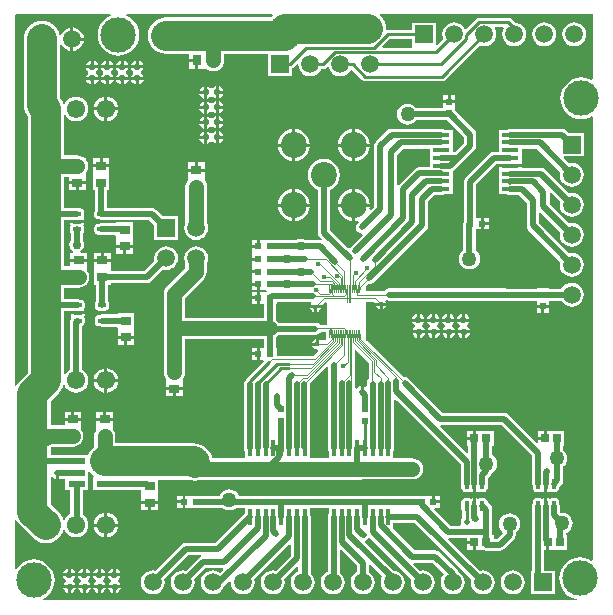
<source format=gtl>
G04*
G04 #@! TF.GenerationSoftware,Altium Limited,Altium Designer,18.0.11 (651)*
G04*
G04 Layer_Physical_Order=1*
G04 Layer_Color=255*
%FSLAX25Y25*%
%MOIN*%
G70*
G01*
G75*
%ADD13C,0.01000*%
%ADD19R,0.05800X0.02200*%
%ADD20R,0.02835X0.02835*%
%ADD21R,0.01968X0.02362*%
G04:AMPARAMS|DCode=22|XSize=15.75mil|YSize=25.59mil|CornerRadius=1.97mil|HoleSize=0mil|Usage=FLASHONLY|Rotation=90.000|XOffset=0mil|YOffset=0mil|HoleType=Round|Shape=RoundedRectangle|*
%AMROUNDEDRECTD22*
21,1,0.01575,0.02165,0,0,90.0*
21,1,0.01181,0.02559,0,0,90.0*
1,1,0.00394,0.01083,0.00591*
1,1,0.00394,0.01083,-0.00591*
1,1,0.00394,-0.01083,-0.00591*
1,1,0.00394,-0.01083,0.00591*
%
%ADD22ROUNDEDRECTD22*%
%ADD23R,0.03543X0.03150*%
%ADD24R,0.05600X0.01400*%
%ADD25R,0.01400X0.05600*%
%ADD26R,0.02362X0.01968*%
G04:AMPARAMS|DCode=27|XSize=15.75mil|YSize=33.47mil|CornerRadius=3.94mil|HoleSize=0mil|Usage=FLASHONLY|Rotation=180.000|XOffset=0mil|YOffset=0mil|HoleType=Round|Shape=RoundedRectangle|*
%AMROUNDEDRECTD27*
21,1,0.01575,0.02559,0,0,180.0*
21,1,0.00787,0.03347,0,0,180.0*
1,1,0.00787,-0.00394,0.01280*
1,1,0.00787,0.00394,0.01280*
1,1,0.00787,0.00394,-0.01280*
1,1,0.00787,-0.00394,-0.01280*
%
%ADD27ROUNDEDRECTD27*%
%ADD28R,0.03150X0.03543*%
%ADD51C,0.03000*%
%ADD54R,0.00300X0.03500*%
%ADD55R,0.00300X0.02400*%
%ADD56C,0.02000*%
%ADD57C,0.10000*%
%ADD58C,0.00300*%
%ADD59C,0.05000*%
%ADD60R,0.05906X0.05906*%
%ADD61C,0.05906*%
%ADD62C,0.08661*%
%ADD63R,0.05906X0.05906*%
%ADD64C,0.06102*%
%ADD65R,0.06102X0.06102*%
%ADD66C,0.11811*%
%ADD67C,0.05000*%
%ADD68C,0.02000*%
%ADD69C,0.01500*%
%ADD70C,0.02200*%
%ADD71C,0.07000*%
G36*
X135575Y-13402D02*
X135575D01*
X135491Y-13867D01*
X125705D01*
X125513Y-13405D01*
X127940Y-10978D01*
X135575D01*
Y-13402D01*
D02*
G37*
G36*
X195770Y-24442D02*
X195270Y-24742D01*
X194535Y-24349D01*
X193234Y-23954D01*
X191880Y-23821D01*
X190526Y-23954D01*
X189225Y-24349D01*
X188025Y-24991D01*
X186973Y-25853D01*
X186110Y-26905D01*
X185469Y-28105D01*
X185074Y-29406D01*
X184941Y-30760D01*
X185074Y-32114D01*
X185469Y-33415D01*
X186110Y-34615D01*
X186973Y-35667D01*
X188025Y-36529D01*
X189225Y-37171D01*
X190526Y-37566D01*
X191880Y-37699D01*
X193234Y-37566D01*
X194535Y-37171D01*
X195270Y-36778D01*
X195770Y-37078D01*
Y-184775D01*
X195719Y-184799D01*
X195270Y-184946D01*
X194135Y-184339D01*
X192834Y-183944D01*
X191480Y-183811D01*
X190126Y-183944D01*
X188825Y-184339D01*
X187625Y-184980D01*
X186573Y-185843D01*
X185711Y-186895D01*
X185069Y-188095D01*
X184674Y-189396D01*
X184541Y-190750D01*
X184674Y-192104D01*
X185069Y-193405D01*
X185711Y-194605D01*
X186573Y-195657D01*
X187625Y-196519D01*
X188825Y-197161D01*
X190126Y-197556D01*
X190577Y-197600D01*
X190553Y-198100D01*
X12582D01*
X12457Y-197600D01*
X13225Y-197189D01*
X14277Y-196327D01*
X15139Y-195275D01*
X15781Y-194075D01*
X16176Y-192774D01*
X16309Y-191420D01*
X16176Y-190066D01*
X15781Y-188765D01*
X15139Y-187565D01*
X14277Y-186513D01*
X13225Y-185651D01*
X12025Y-185009D01*
X10724Y-184614D01*
X9370Y-184481D01*
X8016Y-184614D01*
X6715Y-185009D01*
X5515Y-185651D01*
X4463Y-186513D01*
X3605Y-187560D01*
X3563Y-187564D01*
X3104Y-187349D01*
X3096Y-171305D01*
X3596Y-171180D01*
X3957Y-171855D01*
X4707Y-172769D01*
X9201Y-177263D01*
X10115Y-178013D01*
X11157Y-178570D01*
X12288Y-178913D01*
X13465Y-179029D01*
X14641Y-178913D01*
X15772Y-178570D01*
X16814Y-178013D01*
X17728Y-177263D01*
X18477Y-176349D01*
X19035Y-175307D01*
X19229Y-174667D01*
X19759Y-174641D01*
X19926Y-175043D01*
X20575Y-175889D01*
X21421Y-176539D01*
X22407Y-176947D01*
X23465Y-177086D01*
X24522Y-176947D01*
X25508Y-176539D01*
X26354Y-175889D01*
X27003Y-175043D01*
X27411Y-174058D01*
X27551Y-173000D01*
X27411Y-171942D01*
X27003Y-170957D01*
X26354Y-170111D01*
X25686Y-169598D01*
Y-161312D01*
X27547D01*
Y-157612D01*
Y-155358D01*
X28003Y-155175D01*
X28047Y-155177D01*
X28783Y-156075D01*
X29437Y-156612D01*
X29258Y-157112D01*
X29147D01*
Y-161312D01*
X36946D01*
Y-161251D01*
X45228D01*
Y-162425D01*
X45228Y-162563D01*
Y-162925D01*
X45228Y-163063D01*
Y-165000D01*
X48000D01*
X50772D01*
Y-163063D01*
X50772Y-162925D01*
Y-162563D01*
X50772Y-162425D01*
Y-157841D01*
X61168D01*
X61934Y-158073D01*
X63110Y-158189D01*
X64286Y-158073D01*
X65077Y-157833D01*
X65280Y-157860D01*
X118612D01*
X118916Y-157820D01*
X135600D01*
X136514Y-157700D01*
X137365Y-157347D01*
X138096Y-156786D01*
X138657Y-156055D01*
X139010Y-155204D01*
X139130Y-154290D01*
X139010Y-153376D01*
X138657Y-152525D01*
X138096Y-151794D01*
X137365Y-151233D01*
X136514Y-150880D01*
X135600Y-150760D01*
X129292D01*
Y-148217D01*
X129476Y-147942D01*
X129631Y-147161D01*
Y-131378D01*
X130093Y-131187D01*
X151701Y-152795D01*
Y-159252D01*
X151856Y-160032D01*
X151926Y-160136D01*
Y-160531D01*
X152034Y-161075D01*
X152342Y-161536D01*
X152803Y-161844D01*
X153347Y-161952D01*
X154134D01*
X154678Y-161844D01*
X155020Y-161616D01*
X155362Y-161844D01*
X155799Y-161931D01*
Y-159252D01*
X156772D01*
X156799Y-159388D01*
Y-161931D01*
X157237Y-161844D01*
X157579Y-161616D01*
X157921Y-161844D01*
X158465Y-161952D01*
X159252D01*
X159796Y-161844D01*
X160257Y-161536D01*
X160565Y-161075D01*
X160673Y-160531D01*
Y-159991D01*
X160684Y-159974D01*
X160839Y-159194D01*
Y-157215D01*
X161722Y-156332D01*
X162164Y-155670D01*
X162184Y-155571D01*
X162776Y-155116D01*
X163337Y-154385D01*
X163690Y-153534D01*
X163810Y-152620D01*
X163690Y-151706D01*
X163337Y-150855D01*
X162776Y-150124D01*
X162275Y-149740D01*
Y-146512D01*
X162654D01*
Y-141677D01*
X156799D01*
Y-144095D01*
X156299D01*
Y-144595D01*
X153882D01*
Y-146512D01*
X154260D01*
Y-148933D01*
X153798Y-149124D01*
X144794Y-140120D01*
X144882Y-139831D01*
X145020Y-139639D01*
X165365D01*
X175520Y-149794D01*
Y-159252D01*
X175675Y-160032D01*
X175744Y-160136D01*
Y-160531D01*
X175853Y-161075D01*
X176161Y-161536D01*
X176622Y-161844D01*
X177165Y-161952D01*
X177953D01*
X178497Y-161844D01*
X178839Y-161616D01*
X179181Y-161844D01*
X179618Y-161931D01*
Y-159252D01*
X180618D01*
Y-161931D01*
X181056Y-161844D01*
X181398Y-161616D01*
X181740Y-161844D01*
X182283Y-161952D01*
X183071D01*
X183615Y-161844D01*
X184076Y-161536D01*
X184384Y-161075D01*
X184492Y-160531D01*
Y-160321D01*
X185300Y-159513D01*
X185742Y-158851D01*
X185897Y-158071D01*
Y-153482D01*
X186166Y-153276D01*
X186727Y-152545D01*
X187080Y-151694D01*
X187200Y-150780D01*
X187080Y-149866D01*
X186727Y-149015D01*
X186166Y-148284D01*
X185897Y-148077D01*
Y-146512D01*
X186276D01*
Y-141677D01*
X180421D01*
Y-144095D01*
X179921D01*
Y-144595D01*
X177504D01*
Y-145357D01*
X177042Y-145548D01*
X167652Y-136158D01*
X166990Y-135716D01*
X166210Y-135561D01*
X145785D01*
X134532Y-124308D01*
X134492Y-124248D01*
X133830Y-123806D01*
X133050Y-123651D01*
X132732Y-123714D01*
X120599Y-111581D01*
X120280Y-111240D01*
X120280D01*
X120280Y-111240D01*
Y-98541D01*
X122723D01*
X123092Y-98910D01*
X126935D01*
X126899Y-98727D01*
X126589Y-98264D01*
X126950Y-97904D01*
X127160Y-98044D01*
X127940Y-98199D01*
X166348D01*
X166750Y-98279D01*
X177056D01*
Y-99648D01*
X179040D01*
X181024D01*
Y-98251D01*
X185352D01*
X185921Y-98992D01*
X186747Y-99625D01*
X187708Y-100023D01*
X188740Y-100159D01*
X189772Y-100023D01*
X190734Y-99625D01*
X191559Y-98992D01*
X192193Y-98166D01*
X192591Y-97204D01*
X192727Y-96172D01*
X192591Y-95141D01*
X192193Y-94179D01*
X191559Y-93353D01*
X190734Y-92720D01*
X189772Y-92321D01*
X188740Y-92186D01*
X187708Y-92321D01*
X186747Y-92720D01*
X185921Y-93353D01*
X185292Y-94172D01*
X181024D01*
Y-94030D01*
X177056D01*
Y-94201D01*
X167072D01*
X166670Y-94121D01*
X127940D01*
X127160Y-94276D01*
X126498Y-94718D01*
X126298Y-95017D01*
X120280D01*
Y-93248D01*
X120832Y-92696D01*
X121150Y-92759D01*
X121930Y-92604D01*
X122592Y-92162D01*
X140242Y-74512D01*
X140684Y-73850D01*
X140839Y-73070D01*
Y-65215D01*
X142946Y-63108D01*
X145193D01*
X145973Y-62953D01*
X146249Y-62769D01*
X148993D01*
Y-60168D01*
Y-57569D01*
Y-55092D01*
X149563Y-54710D01*
X152212Y-52062D01*
X152212Y-52062D01*
X156323Y-47951D01*
X156323Y-47950D01*
X156765Y-47289D01*
X156921Y-46508D01*
Y-42870D01*
X156765Y-42090D01*
X156323Y-41428D01*
X156323Y-41428D01*
X149794Y-34899D01*
Y-32362D01*
X145826D01*
Y-34001D01*
X136847D01*
X136496Y-33544D01*
X135765Y-32983D01*
X134914Y-32630D01*
X134000Y-32510D01*
X133086Y-32630D01*
X132235Y-32983D01*
X131504Y-33544D01*
X130943Y-34275D01*
X130590Y-35126D01*
X130470Y-36040D01*
X130590Y-36954D01*
X130943Y-37805D01*
X131504Y-38536D01*
X132235Y-39097D01*
X133086Y-39450D01*
X134000Y-39570D01*
X134914Y-39450D01*
X135765Y-39097D01*
X136496Y-38536D01*
X136847Y-38079D01*
X147207D01*
X152842Y-43715D01*
Y-45664D01*
X149925Y-48581D01*
X148993D01*
Y-44568D01*
Y-41168D01*
X146249D01*
X145973Y-40984D01*
X145193Y-40829D01*
X128672D01*
X127891Y-40984D01*
X127230Y-41427D01*
X123328Y-45328D01*
X122886Y-45990D01*
X122731Y-46770D01*
Y-66965D01*
X121673Y-68023D01*
X121257Y-67745D01*
X121263Y-67731D01*
X121381Y-66840D01*
X116570D01*
Y-71651D01*
X117461Y-71533D01*
X117475Y-71527D01*
X117753Y-71943D01*
X117318Y-72378D01*
X116876Y-73040D01*
X116721Y-73820D01*
X116876Y-74600D01*
X117318Y-75262D01*
X117980Y-75704D01*
X118760Y-75859D01*
X118810Y-75849D01*
X119056Y-76310D01*
X115178Y-80188D01*
X114854Y-80673D01*
X114275Y-80801D01*
X108149Y-74675D01*
Y-61249D01*
X108758Y-60996D01*
X109872Y-60142D01*
X110726Y-59028D01*
X111264Y-57732D01*
X111447Y-56340D01*
X111264Y-54948D01*
X110726Y-53652D01*
X109872Y-52538D01*
X108758Y-51684D01*
X107462Y-51147D01*
X106070Y-50963D01*
X104678Y-51147D01*
X103382Y-51684D01*
X102268Y-52538D01*
X101414Y-53652D01*
X100876Y-54948D01*
X100693Y-56340D01*
X100876Y-57732D01*
X101414Y-59028D01*
X102268Y-60142D01*
X103382Y-60996D01*
X104071Y-61282D01*
Y-75520D01*
X104226Y-76300D01*
X104668Y-76962D01*
X105391Y-77684D01*
X105144Y-78145D01*
X104770Y-78071D01*
X99808D01*
X99335Y-77755D01*
X98360Y-77561D01*
X97385Y-77755D01*
X96912Y-78071D01*
X88188D01*
X87912Y-78126D01*
X84751D01*
Y-80110D01*
X84251D01*
Y-80610D01*
X82070D01*
Y-82094D01*
X82070D01*
X82030Y-82386D01*
X82030D01*
X82030Y-82578D01*
Y-83870D01*
X84211D01*
Y-84870D01*
X82030D01*
Y-86121D01*
X82030Y-86354D01*
X82030Y-86354D01*
X82090Y-86596D01*
X82090D01*
Y-88080D01*
X84272D01*
Y-89080D01*
X82090D01*
Y-90564D01*
X82090Y-90564D01*
X82030Y-90716D01*
X82030D01*
X82030Y-91039D01*
Y-92200D01*
X84211D01*
Y-92700D01*
X84711D01*
Y-94684D01*
X86832D01*
X87071Y-95184D01*
X86958Y-95326D01*
X84732D01*
Y-97310D01*
Y-99294D01*
X86129D01*
Y-103880D01*
X59730D01*
Y-97402D01*
X65986Y-91146D01*
X66547Y-90415D01*
X66900Y-89564D01*
X67020Y-88650D01*
Y-85826D01*
X67341Y-85052D01*
X67477Y-84020D01*
X67341Y-82988D01*
X66943Y-82027D01*
X66309Y-81201D01*
X65483Y-80567D01*
X64522Y-80169D01*
X63490Y-80033D01*
X62458Y-80169D01*
X61497Y-80567D01*
X60671Y-81201D01*
X60037Y-82027D01*
X59639Y-82988D01*
X59503Y-84020D01*
X59639Y-85052D01*
X59960Y-85826D01*
Y-87188D01*
X53704Y-93444D01*
X53143Y-94175D01*
X52790Y-95026D01*
X52670Y-95940D01*
Y-121948D01*
X52790Y-122862D01*
X53143Y-123713D01*
X53474Y-124144D01*
X53527Y-124622D01*
Y-124984D01*
X53528D01*
Y-127059D01*
X56299D01*
X59071D01*
Y-124984D01*
X59071D01*
X59071Y-124622D01*
X59107Y-124137D01*
X59356Y-123812D01*
X59709Y-122961D01*
X59829Y-122047D01*
Y-110940D01*
X86081D01*
Y-113916D01*
X84711D01*
Y-115900D01*
Y-117884D01*
X85830D01*
X86021Y-118346D01*
X80358Y-124009D01*
X80046Y-124475D01*
X79997Y-124508D01*
X79555Y-125170D01*
X79400Y-125950D01*
Y-147161D01*
X79555Y-147942D01*
X79739Y-148217D01*
Y-150800D01*
X68967D01*
X68680Y-149853D01*
X68123Y-148811D01*
X67373Y-147897D01*
X67025Y-147549D01*
X66111Y-146799D01*
X65069Y-146242D01*
X63938Y-145899D01*
X62762Y-145783D01*
X36577D01*
Y-143493D01*
X36601Y-143307D01*
X36481Y-142393D01*
X36128Y-141542D01*
X35879Y-141217D01*
X35842Y-140732D01*
Y-140370D01*
X35842D01*
Y-138295D01*
X30299D01*
Y-140370D01*
X30299D01*
X30299Y-140732D01*
X30259Y-141215D01*
X29989Y-141566D01*
X29636Y-142418D01*
X29516Y-143332D01*
Y-146947D01*
X28783Y-147549D01*
X28034Y-148462D01*
X27476Y-149505D01*
X27413Y-149712D01*
X19747D01*
Y-149773D01*
X14999D01*
Y-147123D01*
X15230Y-147027D01*
X15477Y-146837D01*
X22441D01*
X23355Y-146717D01*
X24206Y-146364D01*
X24835Y-145882D01*
X25213D01*
Y-145444D01*
X25498Y-145072D01*
X25851Y-144221D01*
X25971Y-143307D01*
X25851Y-142393D01*
X25498Y-141542D01*
X25249Y-141217D01*
X25213Y-140732D01*
Y-140370D01*
X25213D01*
Y-138295D01*
X19669D01*
Y-139777D01*
X14999D01*
Y-131795D01*
X17728Y-129066D01*
X18477Y-128153D01*
X19035Y-127110D01*
X19229Y-126470D01*
X19759Y-126444D01*
X19926Y-126846D01*
X20575Y-127692D01*
X21421Y-128342D01*
X22407Y-128750D01*
X23465Y-128889D01*
X24522Y-128750D01*
X25508Y-128342D01*
X26354Y-127692D01*
X27003Y-126846D01*
X27411Y-125861D01*
X27551Y-124803D01*
X27411Y-123746D01*
X27003Y-122760D01*
X26354Y-121914D01*
X25508Y-121265D01*
X25504Y-121263D01*
Y-106588D01*
X25582Y-106573D01*
X25978Y-106308D01*
X26243Y-105912D01*
X26335Y-105445D01*
Y-104264D01*
X26243Y-103797D01*
X26094Y-103575D01*
X26243Y-103353D01*
X26335Y-102886D01*
Y-102796D01*
X24033D01*
X21730D01*
Y-102886D01*
X21823Y-103353D01*
X21971Y-103575D01*
X21823Y-103797D01*
X21730Y-104264D01*
Y-104419D01*
X21581Y-104642D01*
X21425Y-105423D01*
Y-121263D01*
X21421Y-121265D01*
X20575Y-121914D01*
X19994Y-122672D01*
X19637Y-122612D01*
X19494Y-122539D01*
Y-101776D01*
X21730D01*
Y-101796D01*
X24033D01*
X26335D01*
Y-101705D01*
X26243Y-101238D01*
X26094Y-101016D01*
X26243Y-100794D01*
X26335Y-100327D01*
Y-99146D01*
X26243Y-98679D01*
X25978Y-98283D01*
X25582Y-98019D01*
X25115Y-97926D01*
X24922D01*
X24813Y-97853D01*
X24033Y-97697D01*
X19494D01*
Y-93858D01*
X24332D01*
X25245Y-93737D01*
X26097Y-93385D01*
X26726Y-92902D01*
X27103D01*
Y-92465D01*
X27389Y-92093D01*
X27742Y-91241D01*
X27862Y-90328D01*
X27742Y-89414D01*
X27389Y-88562D01*
X27140Y-88238D01*
X27103Y-87753D01*
Y-87391D01*
X27103D01*
Y-85316D01*
X21560D01*
Y-86797D01*
X19494D01*
Y-71304D01*
X21537D01*
Y-71324D01*
X23840D01*
X26143D01*
Y-71233D01*
X26050Y-70766D01*
X25901Y-70544D01*
X26050Y-70322D01*
X26143Y-69855D01*
Y-68674D01*
X26050Y-68207D01*
X25785Y-67811D01*
X25389Y-67546D01*
X24922Y-67454D01*
X24729D01*
X24620Y-67380D01*
X23840Y-67225D01*
X19494D01*
Y-56850D01*
X21166D01*
Y-58331D01*
X23938D01*
X26710D01*
Y-56257D01*
X26710D01*
X26710Y-55894D01*
X26746Y-55409D01*
X26995Y-55085D01*
X27348Y-54233D01*
X27468Y-53320D01*
X27348Y-52406D01*
X26995Y-51555D01*
X26710Y-51182D01*
Y-50745D01*
X26332D01*
X25703Y-50262D01*
X24852Y-49910D01*
X23938Y-49789D01*
X19494D01*
Y-36554D01*
X19637Y-36481D01*
X19994Y-36421D01*
X20575Y-37179D01*
X21421Y-37829D01*
X22407Y-38237D01*
X23465Y-38376D01*
X24522Y-38237D01*
X25508Y-37829D01*
X26354Y-37179D01*
X27003Y-36333D01*
X27411Y-35348D01*
X27551Y-34290D01*
X27411Y-33232D01*
X27003Y-32247D01*
X26354Y-31401D01*
X25508Y-30751D01*
X24522Y-30343D01*
X23465Y-30204D01*
X22407Y-30343D01*
X21421Y-30751D01*
X20575Y-31401D01*
X19926Y-32247D01*
X19759Y-32649D01*
X19229Y-32623D01*
X19035Y-31983D01*
X18477Y-30940D01*
X18155Y-30547D01*
Y-13072D01*
X18655Y-12973D01*
X18673Y-13017D01*
X19307Y-13843D01*
X20133Y-14476D01*
X21094Y-14875D01*
X21626Y-14945D01*
Y-11024D01*
Y-7103D01*
X21094Y-7173D01*
X20133Y-7571D01*
X19307Y-8204D01*
X18673Y-9030D01*
X18466Y-9531D01*
X17935Y-9505D01*
X17696Y-8716D01*
X17139Y-7674D01*
X16389Y-6761D01*
X15475Y-6011D01*
X14433Y-5454D01*
X13302Y-5110D01*
X12126Y-4995D01*
X10950Y-5110D01*
X9819Y-5454D01*
X8776Y-6011D01*
X7863Y-6761D01*
X7113Y-7674D01*
X6556Y-8716D01*
X6213Y-9847D01*
X6097Y-11024D01*
Y-32951D01*
X6213Y-34128D01*
X6556Y-35259D01*
X7113Y-36301D01*
X7283Y-36508D01*
X7435Y-36794D01*
Y-52930D01*
Y-69260D01*
Y-90390D01*
Y-99740D01*
Y-122306D01*
X4707Y-125034D01*
X3957Y-125948D01*
X3573Y-126666D01*
X3073Y-126541D01*
X3010Y-3123D01*
X3473Y-2660D01*
X34911D01*
X34985Y-3160D01*
X34955Y-3169D01*
X33755Y-3810D01*
X32703Y-4673D01*
X31841Y-5725D01*
X31199Y-6925D01*
X30804Y-8226D01*
X30671Y-9580D01*
X30804Y-10934D01*
X31199Y-12235D01*
X31841Y-13435D01*
X32703Y-14487D01*
X33755Y-15349D01*
X34955Y-15991D01*
X36256Y-16386D01*
X37610Y-16519D01*
X38964Y-16386D01*
X40265Y-15991D01*
X41465Y-15349D01*
X42517Y-14487D01*
X43380Y-13435D01*
X44021Y-12235D01*
X44416Y-10934D01*
X44549Y-9580D01*
X44416Y-8226D01*
X44021Y-6925D01*
X43380Y-5725D01*
X42517Y-4673D01*
X41465Y-3810D01*
X40265Y-3169D01*
X40235Y-3160D01*
X40309Y-2660D01*
X88888D01*
X89067Y-3160D01*
X88728Y-3438D01*
X88431Y-3801D01*
X53450D01*
X52274Y-3917D01*
X51143Y-4260D01*
X50100Y-4817D01*
X49187Y-5567D01*
X48437Y-6481D01*
X47880Y-7523D01*
X47537Y-8654D01*
X47421Y-9830D01*
X47537Y-11006D01*
X47880Y-12137D01*
X48437Y-13180D01*
X49187Y-14093D01*
X50100Y-14843D01*
X51143Y-15400D01*
X52274Y-15743D01*
X53450Y-15859D01*
X61205D01*
Y-17610D01*
X63779D01*
Y-18110D01*
X64280D01*
Y-20882D01*
X66354D01*
Y-20882D01*
X66716Y-20882D01*
X67202Y-20918D01*
X67526Y-21168D01*
X68378Y-21520D01*
X69291Y-21640D01*
X70205Y-21520D01*
X71056Y-21168D01*
X71429Y-20882D01*
X71866D01*
Y-20504D01*
X72349Y-19875D01*
X72701Y-19024D01*
X72821Y-18110D01*
Y-15859D01*
X87622D01*
Y-23402D01*
X95527D01*
Y-20721D01*
X95813Y-20530D01*
X97143Y-19200D01*
X97439Y-19346D01*
X97589Y-19460D01*
X97724Y-20481D01*
X98122Y-21442D01*
X98756Y-22268D01*
X99581Y-22901D01*
X100543Y-23300D01*
X101575Y-23436D01*
X102607Y-23300D01*
X103568Y-22901D01*
X104394Y-22268D01*
X105027Y-21442D01*
X105220Y-20978D01*
X105843D01*
X106429Y-20862D01*
X106925Y-20530D01*
X107237Y-20218D01*
X107710Y-20379D01*
X107724Y-20481D01*
X108122Y-21442D01*
X108756Y-22268D01*
X109581Y-22901D01*
X110543Y-23300D01*
X111575Y-23436D01*
X112607Y-23300D01*
X113568Y-22901D01*
X114394Y-22268D01*
X115001Y-21477D01*
X115124Y-21385D01*
X115535Y-21303D01*
X118815Y-24583D01*
X119311Y-24915D01*
X119896Y-25031D01*
X145475D01*
X146060Y-24915D01*
X146556Y-24583D01*
X158032Y-13108D01*
X158496Y-13300D01*
X159528Y-13436D01*
X160559Y-13300D01*
X161521Y-12901D01*
X162347Y-12268D01*
X162980Y-11442D01*
X163379Y-10481D01*
X163514Y-9449D01*
X163379Y-8417D01*
X162980Y-7455D01*
X162918Y-7374D01*
X163139Y-6925D01*
X165916D01*
X166137Y-7374D01*
X166075Y-7455D01*
X165676Y-8417D01*
X165541Y-9449D01*
X165676Y-10481D01*
X166075Y-11442D01*
X166708Y-12268D01*
X167534Y-12901D01*
X168496Y-13300D01*
X169528Y-13436D01*
X170559Y-13300D01*
X171521Y-12901D01*
X172347Y-12268D01*
X172980Y-11442D01*
X173379Y-10481D01*
X173514Y-9449D01*
X173379Y-8417D01*
X172980Y-7455D01*
X172347Y-6630D01*
X171521Y-5996D01*
X170559Y-5598D01*
X169985Y-5522D01*
X168711Y-4249D01*
X168215Y-3917D01*
X167630Y-3801D01*
X167298Y-3867D01*
X157849D01*
X157264Y-3983D01*
X156767Y-4315D01*
X153488Y-7594D01*
X153077Y-7513D01*
X152954Y-7421D01*
X152347Y-6630D01*
X151521Y-5996D01*
X150559Y-5598D01*
X149528Y-5462D01*
X148496Y-5598D01*
X147534Y-5996D01*
X146708Y-6630D01*
X146075Y-7455D01*
X145677Y-8417D01*
X145541Y-9449D01*
X145677Y-10481D01*
X145869Y-10945D01*
X143942Y-12871D01*
X143480Y-12680D01*
Y-5496D01*
X135575D01*
Y-7919D01*
X127361D01*
X127258Y-7884D01*
X126860Y-7498D01*
X126764Y-6525D01*
X126421Y-5394D01*
X125864Y-4352D01*
X125114Y-3438D01*
X124775Y-3160D01*
X124954Y-2660D01*
X195770D01*
Y-24442D01*
D02*
G37*
G36*
X141393Y-49768D02*
Y-53761D01*
X137790D01*
X137010Y-53916D01*
X136348Y-54358D01*
X131188Y-59518D01*
X131029Y-59756D01*
X130529Y-59604D01*
Y-49515D01*
X132525Y-47519D01*
X141393D01*
Y-49768D01*
D02*
G37*
G36*
X101911Y-99219D02*
X101652Y-99607D01*
X101615Y-99790D01*
X105458D01*
X106485Y-98763D01*
X106801Y-98763D01*
X107246Y-99209D01*
X107243Y-106307D01*
X104845D01*
X104732Y-106138D01*
X104070Y-105696D01*
X103290Y-105541D01*
X91097D01*
X90616Y-104914D01*
X90208Y-104600D01*
Y-99294D01*
X90350D01*
Y-98719D01*
X101670D01*
X101911Y-99219D01*
D02*
G37*
G36*
X106901Y-109468D02*
X106923Y-109582D01*
Y-111129D01*
X106634Y-111417D01*
X105165D01*
X104603Y-111041D01*
X104420Y-111005D01*
Y-112690D01*
X103920D01*
Y-113190D01*
X102235D01*
X102271Y-113373D01*
X102658Y-113952D01*
X103237Y-114339D01*
X103920Y-114474D01*
X103933Y-114472D01*
X104179Y-114933D01*
X102564Y-116548D01*
X90330D01*
Y-113916D01*
X90208D01*
Y-110220D01*
X90616Y-109906D01*
X90837Y-109619D01*
X103290D01*
X104070Y-109464D01*
X104732Y-109022D01*
X104979Y-108652D01*
X106901D01*
Y-109468D01*
D02*
G37*
G36*
X121127Y-118846D02*
Y-124312D01*
X120950Y-124430D01*
X120508Y-125092D01*
X120353Y-125872D01*
Y-126587D01*
X119853Y-126855D01*
X119630Y-126706D01*
X119350Y-126650D01*
Y-128590D01*
X118350D01*
Y-126650D01*
X118070Y-126706D01*
X117408Y-127148D01*
X117131Y-127562D01*
X116631Y-127411D01*
Y-125672D01*
X116476Y-124892D01*
X116446Y-124846D01*
Y-114817D01*
X116908Y-114626D01*
X121127Y-118846D01*
D02*
G37*
G36*
X107371Y-120351D02*
Y-147071D01*
X107353Y-147161D01*
X107508Y-147942D01*
X107692Y-148217D01*
Y-150800D01*
X101339D01*
Y-147939D01*
X101412Y-147830D01*
X101567Y-147050D01*
Y-125882D01*
X101504Y-125565D01*
X106909Y-120159D01*
X107371Y-120351D01*
D02*
G37*
G36*
X17700Y-157600D02*
X17945Y-157551D01*
X19747D01*
Y-161312D01*
X21607D01*
Y-169384D01*
X21421Y-169461D01*
X20575Y-170111D01*
X19926Y-170957D01*
X19759Y-171359D01*
X19229Y-171333D01*
X19035Y-170693D01*
X18477Y-169650D01*
X17728Y-168737D01*
X14999Y-166008D01*
Y-156866D01*
X15499Y-156714D01*
X15758Y-157102D01*
X16420Y-157544D01*
X16700Y-157600D01*
Y-155660D01*
X17700D01*
Y-157600D01*
D02*
G37*
%LPC*%
G36*
X22626Y-7103D02*
Y-10524D01*
X26047D01*
X25977Y-9992D01*
X25579Y-9030D01*
X24945Y-8204D01*
X24119Y-7571D01*
X23158Y-7173D01*
X22626Y-7103D01*
D02*
G37*
G36*
X189528Y-5462D02*
X188496Y-5598D01*
X187534Y-5996D01*
X186708Y-6630D01*
X186075Y-7455D01*
X185677Y-8417D01*
X185541Y-9449D01*
X185677Y-10481D01*
X186075Y-11442D01*
X186708Y-12268D01*
X187534Y-12901D01*
X188496Y-13300D01*
X189528Y-13436D01*
X190559Y-13300D01*
X191521Y-12901D01*
X192347Y-12268D01*
X192980Y-11442D01*
X193379Y-10481D01*
X193514Y-9449D01*
X193379Y-8417D01*
X192980Y-7455D01*
X192347Y-6630D01*
X191521Y-5996D01*
X190559Y-5598D01*
X189528Y-5462D01*
D02*
G37*
G36*
X179528D02*
X178496Y-5598D01*
X177534Y-5996D01*
X176708Y-6630D01*
X176075Y-7455D01*
X175677Y-8417D01*
X175541Y-9449D01*
X175677Y-10481D01*
X176075Y-11442D01*
X176708Y-12268D01*
X177534Y-12901D01*
X178496Y-13300D01*
X179528Y-13436D01*
X180559Y-13300D01*
X181521Y-12901D01*
X182347Y-12268D01*
X182980Y-11442D01*
X183379Y-10481D01*
X183514Y-9449D01*
X183379Y-8417D01*
X182980Y-7455D01*
X182347Y-6630D01*
X181521Y-5996D01*
X180559Y-5598D01*
X179528Y-5462D01*
D02*
G37*
G36*
X26047Y-11524D02*
X22626D01*
Y-14945D01*
X23158Y-14875D01*
X24119Y-14476D01*
X24945Y-13843D01*
X25579Y-13017D01*
X25977Y-12055D01*
X26047Y-11524D01*
D02*
G37*
G36*
X44340Y-18118D02*
Y-19660D01*
X45882D01*
X45818Y-19341D01*
X45354Y-18646D01*
X44659Y-18182D01*
X44340Y-18118D01*
D02*
G37*
G36*
X43340D02*
X43021Y-18182D01*
X42326Y-18646D01*
X41862Y-19341D01*
X41798Y-19660D01*
X43340D01*
Y-18118D01*
D02*
G37*
G36*
X39340D02*
Y-19660D01*
X40882D01*
X40818Y-19341D01*
X40354Y-18646D01*
X39659Y-18182D01*
X39340Y-18118D01*
D02*
G37*
G36*
X38340D02*
X38021Y-18182D01*
X37326Y-18646D01*
X36862Y-19341D01*
X36798Y-19660D01*
X38340D01*
Y-18118D01*
D02*
G37*
G36*
X34340D02*
Y-19660D01*
X35882D01*
X35818Y-19341D01*
X35354Y-18646D01*
X34659Y-18182D01*
X34340Y-18118D01*
D02*
G37*
G36*
X33340D02*
X33021Y-18182D01*
X32326Y-18646D01*
X31862Y-19341D01*
X31798Y-19660D01*
X33340D01*
Y-18118D01*
D02*
G37*
G36*
X29340D02*
Y-19660D01*
X30882D01*
X30818Y-19341D01*
X30354Y-18646D01*
X29659Y-18182D01*
X29340Y-18118D01*
D02*
G37*
G36*
X28340D02*
X28021Y-18182D01*
X27326Y-18646D01*
X26862Y-19341D01*
X26798Y-19660D01*
X28340D01*
Y-18118D01*
D02*
G37*
G36*
X63279Y-18610D02*
X61205D01*
Y-20882D01*
X63279D01*
Y-18610D01*
D02*
G37*
G36*
X45882Y-20660D02*
X41798D01*
X41862Y-20979D01*
X42326Y-21674D01*
X42611Y-21864D01*
Y-22466D01*
X42416Y-22596D01*
X41952Y-23291D01*
X41888Y-23610D01*
X45972D01*
X45908Y-23291D01*
X45444Y-22596D01*
X45159Y-22406D01*
Y-21804D01*
X45354Y-21674D01*
X45818Y-20979D01*
X45882Y-20660D01*
D02*
G37*
G36*
X40882D02*
X36798D01*
X36862Y-20979D01*
X37326Y-21674D01*
X37611Y-21864D01*
Y-22466D01*
X37416Y-22596D01*
X36952Y-23291D01*
X36888Y-23610D01*
X40972D01*
X40908Y-23291D01*
X40444Y-22596D01*
X40159Y-22406D01*
Y-21804D01*
X40354Y-21674D01*
X40818Y-20979D01*
X40882Y-20660D01*
D02*
G37*
G36*
X35882D02*
X31798D01*
X31862Y-20979D01*
X32326Y-21674D01*
X32611Y-21864D01*
Y-22466D01*
X32416Y-22596D01*
X31952Y-23291D01*
X31888Y-23610D01*
X35972D01*
X35908Y-23291D01*
X35444Y-22596D01*
X35159Y-22406D01*
Y-21804D01*
X35354Y-21674D01*
X35818Y-20979D01*
X35882Y-20660D01*
D02*
G37*
G36*
X30882D02*
X26798D01*
X26862Y-20979D01*
X27326Y-21674D01*
X27611Y-21864D01*
Y-22466D01*
X27416Y-22596D01*
X26952Y-23291D01*
X26888Y-23610D01*
X30972D01*
X30908Y-23291D01*
X30444Y-22596D01*
X30159Y-22406D01*
Y-21804D01*
X30354Y-21674D01*
X30818Y-20979D01*
X30882Y-20660D01*
D02*
G37*
G36*
X45972Y-24610D02*
X44430D01*
Y-26152D01*
X44749Y-26088D01*
X45444Y-25624D01*
X45908Y-24929D01*
X45972Y-24610D01*
D02*
G37*
G36*
X43430D02*
X41888D01*
X41952Y-24929D01*
X42416Y-25624D01*
X43111Y-26088D01*
X43430Y-26152D01*
Y-24610D01*
D02*
G37*
G36*
X40972D02*
X39430D01*
Y-26152D01*
X39749Y-26088D01*
X40444Y-25624D01*
X40908Y-24929D01*
X40972Y-24610D01*
D02*
G37*
G36*
X38430D02*
X36888D01*
X36952Y-24929D01*
X37416Y-25624D01*
X38111Y-26088D01*
X38430Y-26152D01*
Y-24610D01*
D02*
G37*
G36*
X35972D02*
X34430D01*
Y-26152D01*
X34749Y-26088D01*
X35444Y-25624D01*
X35908Y-24929D01*
X35972Y-24610D01*
D02*
G37*
G36*
X33430D02*
X31888D01*
X31952Y-24929D01*
X32416Y-25624D01*
X33111Y-26088D01*
X33430Y-26152D01*
Y-24610D01*
D02*
G37*
G36*
X30972D02*
X29430D01*
Y-26152D01*
X29749Y-26088D01*
X30444Y-25624D01*
X30908Y-24929D01*
X30972Y-24610D01*
D02*
G37*
G36*
X28430D02*
X26888D01*
X26952Y-24929D01*
X27416Y-25624D01*
X28111Y-26088D01*
X28430Y-26152D01*
Y-24610D01*
D02*
G37*
G36*
X70090Y-26668D02*
X69771Y-26732D01*
X69076Y-27196D01*
X68886Y-27481D01*
X68284D01*
X68154Y-27286D01*
X67459Y-26822D01*
X67140Y-26758D01*
Y-28800D01*
Y-30842D01*
X67459Y-30778D01*
X68154Y-30314D01*
X68344Y-30029D01*
X68946D01*
X69076Y-30224D01*
X69771Y-30688D01*
X70090Y-30752D01*
Y-28710D01*
Y-26668D01*
D02*
G37*
G36*
X71090D02*
Y-28210D01*
X72632D01*
X72568Y-27891D01*
X72104Y-27196D01*
X71409Y-26732D01*
X71090Y-26668D01*
D02*
G37*
G36*
X66140Y-26758D02*
X65821Y-26822D01*
X65126Y-27286D01*
X64662Y-27981D01*
X64598Y-28300D01*
X66140D01*
Y-26758D01*
D02*
G37*
G36*
X72632Y-29210D02*
X71090D01*
Y-30752D01*
X71409Y-30688D01*
X72104Y-30224D01*
X72568Y-29529D01*
X72632Y-29210D01*
D02*
G37*
G36*
X66140Y-29300D02*
X64598D01*
X64662Y-29619D01*
X65126Y-30314D01*
X65821Y-30778D01*
X66140Y-30842D01*
Y-29300D01*
D02*
G37*
G36*
X149794Y-29680D02*
X148310D01*
Y-31361D01*
X149794D01*
Y-29680D01*
D02*
G37*
G36*
X147310D02*
X145826D01*
Y-31361D01*
X147310D01*
Y-29680D01*
D02*
G37*
G36*
X70090Y-31668D02*
X69771Y-31732D01*
X69076Y-32196D01*
X68886Y-32481D01*
X68284D01*
X68154Y-32286D01*
X67459Y-31822D01*
X67140Y-31758D01*
Y-33800D01*
Y-35842D01*
X67459Y-35778D01*
X68154Y-35314D01*
X68344Y-35029D01*
X68946D01*
X69076Y-35224D01*
X69771Y-35688D01*
X70090Y-35752D01*
Y-33710D01*
Y-31668D01*
D02*
G37*
G36*
X71090D02*
Y-33210D01*
X72632D01*
X72568Y-32891D01*
X72104Y-32196D01*
X71409Y-31732D01*
X71090Y-31668D01*
D02*
G37*
G36*
X66140Y-31758D02*
X65821Y-31822D01*
X65126Y-32286D01*
X64662Y-32981D01*
X64598Y-33300D01*
X66140D01*
Y-31758D01*
D02*
G37*
G36*
X33965Y-30270D02*
Y-33790D01*
X37485D01*
X37411Y-33232D01*
X37003Y-32247D01*
X36354Y-31401D01*
X35508Y-30751D01*
X34522Y-30343D01*
X33965Y-30270D01*
D02*
G37*
G36*
X32965D02*
X32407Y-30343D01*
X31422Y-30751D01*
X30575Y-31401D01*
X29926Y-32247D01*
X29518Y-33232D01*
X29444Y-33790D01*
X32965D01*
Y-30270D01*
D02*
G37*
G36*
X72632Y-34210D02*
X71090D01*
Y-35752D01*
X71409Y-35688D01*
X72104Y-35224D01*
X72568Y-34529D01*
X72632Y-34210D01*
D02*
G37*
G36*
X66140Y-34300D02*
X64598D01*
X64662Y-34619D01*
X65126Y-35314D01*
X65821Y-35778D01*
X66140Y-35842D01*
Y-34300D01*
D02*
G37*
G36*
X70090Y-36668D02*
X69771Y-36732D01*
X69076Y-37196D01*
X68886Y-37481D01*
X68284D01*
X68154Y-37286D01*
X67459Y-36822D01*
X67140Y-36758D01*
Y-38800D01*
Y-40842D01*
X67459Y-40778D01*
X68154Y-40314D01*
X68344Y-40029D01*
X68946D01*
X69076Y-40224D01*
X69771Y-40688D01*
X70090Y-40752D01*
Y-38710D01*
Y-36668D01*
D02*
G37*
G36*
X71090D02*
Y-38210D01*
X72632D01*
X72568Y-37891D01*
X72104Y-37196D01*
X71409Y-36732D01*
X71090Y-36668D01*
D02*
G37*
G36*
X66140Y-36758D02*
X65821Y-36822D01*
X65126Y-37286D01*
X64662Y-37981D01*
X64598Y-38300D01*
X66140D01*
Y-36758D01*
D02*
G37*
G36*
X37485Y-34790D02*
X33965D01*
Y-38310D01*
X34522Y-38237D01*
X35508Y-37829D01*
X36354Y-37179D01*
X37003Y-36333D01*
X37411Y-35348D01*
X37485Y-34790D01*
D02*
G37*
G36*
X32965D02*
X29444D01*
X29518Y-35348D01*
X29926Y-36333D01*
X30575Y-37179D01*
X31422Y-37829D01*
X32407Y-38237D01*
X32965Y-38310D01*
Y-34790D01*
D02*
G37*
G36*
X72632Y-39210D02*
X71090D01*
Y-40752D01*
X71409Y-40688D01*
X72104Y-40224D01*
X72568Y-39529D01*
X72632Y-39210D01*
D02*
G37*
G36*
X66140Y-39300D02*
X64598D01*
X64662Y-39619D01*
X65126Y-40314D01*
X65821Y-40778D01*
X66140Y-40842D01*
Y-39300D01*
D02*
G37*
G36*
X70090Y-41668D02*
X69771Y-41732D01*
X69076Y-42196D01*
X68886Y-42481D01*
X68284D01*
X68154Y-42286D01*
X67459Y-41822D01*
X67140Y-41758D01*
Y-43800D01*
Y-45842D01*
X67459Y-45778D01*
X68154Y-45314D01*
X68344Y-45029D01*
X68946D01*
X69076Y-45224D01*
X69771Y-45688D01*
X70090Y-45752D01*
Y-43710D01*
Y-41668D01*
D02*
G37*
G36*
X71090D02*
Y-43210D01*
X72632D01*
X72568Y-42891D01*
X72104Y-42196D01*
X71409Y-41732D01*
X71090Y-41668D01*
D02*
G37*
G36*
X66140Y-41758D02*
X65821Y-41822D01*
X65126Y-42286D01*
X64662Y-42981D01*
X64598Y-43300D01*
X66140D01*
Y-41758D01*
D02*
G37*
G36*
X72632Y-44210D02*
X71090D01*
Y-45752D01*
X71409Y-45688D01*
X72104Y-45224D01*
X72568Y-44529D01*
X72632Y-44210D01*
D02*
G37*
G36*
X116570Y-41029D02*
Y-45840D01*
X121381D01*
X121263Y-44948D01*
X120726Y-43651D01*
X119872Y-42538D01*
X118758Y-41683D01*
X117461Y-41146D01*
X116570Y-41029D01*
D02*
G37*
G36*
X96570D02*
Y-45840D01*
X101381D01*
X101263Y-44948D01*
X100726Y-43651D01*
X99872Y-42538D01*
X98758Y-41683D01*
X97461Y-41146D01*
X96570Y-41029D01*
D02*
G37*
G36*
X115570D02*
X114678Y-41146D01*
X113381Y-41683D01*
X112268Y-42538D01*
X111413Y-43651D01*
X110876Y-44948D01*
X110759Y-45840D01*
X115570D01*
Y-41029D01*
D02*
G37*
G36*
X95570D02*
X94678Y-41146D01*
X93381Y-41683D01*
X92268Y-42538D01*
X91413Y-43651D01*
X90876Y-44948D01*
X90759Y-45840D01*
X95570D01*
Y-41029D01*
D02*
G37*
G36*
X66140Y-44300D02*
X64598D01*
X64662Y-44619D01*
X65126Y-45314D01*
X65821Y-45778D01*
X66140Y-45842D01*
Y-44300D01*
D02*
G37*
G36*
X121381Y-46840D02*
X116570D01*
Y-51651D01*
X117461Y-51533D01*
X118758Y-50996D01*
X119872Y-50142D01*
X120726Y-49028D01*
X121263Y-47731D01*
X121381Y-46840D01*
D02*
G37*
G36*
X101381D02*
X96570D01*
Y-51651D01*
X97461Y-51533D01*
X98758Y-50996D01*
X99872Y-50142D01*
X100726Y-49028D01*
X101263Y-47731D01*
X101381Y-46840D01*
D02*
G37*
G36*
X115570D02*
X110759D01*
X110876Y-47731D01*
X111413Y-49028D01*
X112268Y-50142D01*
X113381Y-50996D01*
X114678Y-51533D01*
X115570Y-51651D01*
Y-46840D01*
D02*
G37*
G36*
X95570D02*
X90759D01*
X90876Y-47731D01*
X91413Y-49028D01*
X92268Y-50142D01*
X93381Y-50996D01*
X94678Y-51533D01*
X95570Y-51651D01*
Y-46840D01*
D02*
G37*
G36*
X34584Y-50745D02*
X32312D01*
Y-52820D01*
X34584D01*
Y-50745D01*
D02*
G37*
G36*
X31312D02*
X29040D01*
Y-52820D01*
X31312D01*
Y-50745D01*
D02*
G37*
G36*
X66382Y-52129D02*
X64110D01*
Y-54204D01*
X66382D01*
Y-52129D01*
D02*
G37*
G36*
X63110D02*
X60838D01*
Y-54204D01*
X63110D01*
Y-52129D01*
D02*
G37*
G36*
X185436Y-40829D02*
X168193D01*
X167413Y-40984D01*
X167137Y-41168D01*
X164393D01*
Y-44568D01*
Y-48601D01*
X162730D01*
X161950Y-48756D01*
X161288Y-49198D01*
X153440Y-57047D01*
X152998Y-57708D01*
X152842Y-58489D01*
Y-70506D01*
X152700D01*
Y-72110D01*
X152571Y-72761D01*
Y-81433D01*
X152114Y-81784D01*
X151553Y-82515D01*
X151200Y-83366D01*
X151080Y-84280D01*
X151200Y-85194D01*
X151553Y-86045D01*
X152114Y-86776D01*
X152845Y-87337D01*
X153696Y-87690D01*
X154610Y-87810D01*
X155524Y-87690D01*
X156375Y-87337D01*
X157106Y-86776D01*
X157667Y-86045D01*
X158020Y-85194D01*
X158140Y-84280D01*
X158020Y-83366D01*
X157667Y-82515D01*
X157106Y-81784D01*
X156649Y-81433D01*
Y-74474D01*
X158318D01*
Y-72490D01*
Y-70506D01*
X156921D01*
Y-59333D01*
X163575Y-52679D01*
X164393D01*
Y-52768D01*
X171993D01*
Y-52368D01*
Y-47508D01*
X177191D01*
X184881Y-55198D01*
X184753Y-56172D01*
X184889Y-57204D01*
X185287Y-58166D01*
X185921Y-58992D01*
X186747Y-59625D01*
X187708Y-60023D01*
X188740Y-60159D01*
X189772Y-60023D01*
X190734Y-59625D01*
X191559Y-58992D01*
X192193Y-58166D01*
X192591Y-57204D01*
X192727Y-56172D01*
X192591Y-55141D01*
X192193Y-54179D01*
X191559Y-53353D01*
X190734Y-52720D01*
X189772Y-52321D01*
X188740Y-52186D01*
X187765Y-52314D01*
X186039Y-50587D01*
X186230Y-50125D01*
X192693D01*
Y-42220D01*
X187671D01*
X186878Y-41427D01*
X186216Y-40984D01*
X185436Y-40829D01*
D02*
G37*
G36*
X26710Y-59331D02*
X24438D01*
Y-61406D01*
X26710D01*
Y-59331D01*
D02*
G37*
G36*
X23438D02*
X21166D01*
Y-61406D01*
X23438D01*
Y-59331D01*
D02*
G37*
G36*
X96570Y-61029D02*
Y-65840D01*
X101381D01*
X101263Y-64948D01*
X100726Y-63651D01*
X99872Y-62538D01*
X98758Y-61683D01*
X97461Y-61146D01*
X96570Y-61029D01*
D02*
G37*
G36*
X116570D02*
Y-65840D01*
X121381D01*
X121263Y-64948D01*
X120726Y-63651D01*
X119872Y-62538D01*
X118758Y-61683D01*
X117461Y-61146D01*
X116570Y-61029D01*
D02*
G37*
G36*
X95570D02*
X94678Y-61146D01*
X93381Y-61683D01*
X92268Y-62538D01*
X91413Y-63651D01*
X90876Y-64948D01*
X90759Y-65840D01*
X95570D01*
Y-61029D01*
D02*
G37*
G36*
X115570D02*
X114678Y-61146D01*
X113381Y-61683D01*
X112268Y-62538D01*
X111413Y-63651D01*
X110876Y-64948D01*
X110759Y-65840D01*
X115570D01*
Y-61029D01*
D02*
G37*
G36*
X171993Y-53768D02*
X164393D01*
Y-57569D01*
Y-60168D01*
Y-62769D01*
X167137D01*
X167413Y-62953D01*
X168193Y-63108D01*
X171184D01*
X173671Y-65595D01*
Y-73142D01*
X173826Y-73923D01*
X174268Y-74584D01*
X184881Y-85198D01*
X184753Y-86172D01*
X184889Y-87204D01*
X185287Y-88166D01*
X185921Y-88992D01*
X186747Y-89625D01*
X187708Y-90023D01*
X188740Y-90159D01*
X189772Y-90023D01*
X190734Y-89625D01*
X191559Y-88992D01*
X192193Y-88166D01*
X192591Y-87204D01*
X192727Y-86172D01*
X192591Y-85141D01*
X192193Y-84179D01*
X191559Y-83353D01*
X190734Y-82720D01*
X189772Y-82321D01*
X188740Y-82186D01*
X187765Y-82314D01*
X177749Y-72298D01*
Y-68773D01*
X178249Y-68565D01*
X184881Y-75198D01*
X184753Y-76172D01*
X184889Y-77204D01*
X185287Y-78166D01*
X185921Y-78992D01*
X186747Y-79625D01*
X187708Y-80023D01*
X188740Y-80159D01*
X189772Y-80023D01*
X190734Y-79625D01*
X191559Y-78992D01*
X192193Y-78166D01*
X192591Y-77204D01*
X192727Y-76172D01*
X192591Y-75141D01*
X192193Y-74179D01*
X191559Y-73353D01*
X190734Y-72720D01*
X189772Y-72321D01*
X188740Y-72186D01*
X187765Y-72314D01*
X181309Y-65858D01*
Y-62332D01*
X181809Y-62125D01*
X184881Y-65198D01*
X184753Y-66172D01*
X184889Y-67204D01*
X185287Y-68166D01*
X185921Y-68992D01*
X186747Y-69625D01*
X187708Y-70024D01*
X188740Y-70159D01*
X189772Y-70024D01*
X190734Y-69625D01*
X191559Y-68992D01*
X192193Y-68166D01*
X192591Y-67204D01*
X192727Y-66172D01*
X192591Y-65141D01*
X192193Y-64179D01*
X191559Y-63353D01*
X190734Y-62720D01*
X189772Y-62321D01*
X188740Y-62186D01*
X187765Y-62314D01*
X179878Y-54427D01*
X179217Y-53984D01*
X178436Y-53829D01*
X171993D01*
Y-53768D01*
D02*
G37*
G36*
X101381Y-66840D02*
X96570D01*
Y-71651D01*
X97461Y-71533D01*
X98758Y-70996D01*
X99872Y-70142D01*
X100726Y-69028D01*
X101263Y-67731D01*
X101381Y-66840D01*
D02*
G37*
G36*
X115570D02*
X110759D01*
X110876Y-67731D01*
X111413Y-69028D01*
X112268Y-70142D01*
X113381Y-70996D01*
X114678Y-71533D01*
X115570Y-71651D01*
Y-66840D01*
D02*
G37*
G36*
X95570D02*
X90759D01*
X90876Y-67731D01*
X91413Y-69028D01*
X92268Y-70142D01*
X93381Y-70996D01*
X94678Y-71533D01*
X95570Y-71651D01*
Y-66840D01*
D02*
G37*
G36*
X161000Y-70506D02*
X159318D01*
Y-71990D01*
X161000D01*
Y-70506D01*
D02*
G37*
G36*
Y-72990D02*
X159318D01*
Y-74474D01*
X161000D01*
Y-72990D01*
D02*
G37*
G36*
X34584Y-53820D02*
X29040D01*
Y-55757D01*
X29040Y-55894D01*
Y-56257D01*
X29040Y-56394D01*
Y-61406D01*
X29773D01*
Y-68098D01*
X29700Y-68207D01*
X29607Y-68674D01*
Y-69855D01*
X29700Y-70322D01*
X29965Y-70718D01*
X30361Y-70982D01*
X30828Y-71075D01*
X31021D01*
X31130Y-71148D01*
X31910Y-71304D01*
X47890D01*
X49537Y-72951D01*
Y-77973D01*
X57443D01*
Y-70067D01*
X52421D01*
X50176Y-67823D01*
X49515Y-67380D01*
X48735Y-67225D01*
X33851D01*
Y-61406D01*
X34584D01*
Y-56394D01*
X34584Y-56257D01*
Y-55894D01*
X34584Y-55757D01*
Y-53820D01*
D02*
G37*
G36*
X66382Y-55204D02*
X60838D01*
Y-57279D01*
X60838D01*
Y-57641D01*
X60781Y-58117D01*
X60433Y-58571D01*
X60080Y-59422D01*
X59960Y-60336D01*
Y-72214D01*
X59639Y-72988D01*
X59503Y-74020D01*
X59639Y-75052D01*
X60037Y-76013D01*
X60671Y-76839D01*
X61497Y-77473D01*
X62458Y-77871D01*
X63490Y-78007D01*
X64522Y-77871D01*
X65483Y-77473D01*
X66309Y-76839D01*
X66943Y-76013D01*
X67341Y-75052D01*
X67477Y-74020D01*
X67341Y-72988D01*
X67020Y-72214D01*
Y-61128D01*
X67140Y-60216D01*
X67020Y-59302D01*
X66667Y-58451D01*
X66418Y-58126D01*
X66382Y-57641D01*
Y-57279D01*
X66382D01*
Y-55204D01*
D02*
G37*
G36*
X42458Y-72005D02*
X36914D01*
Y-72343D01*
X31910D01*
X31130Y-72499D01*
X31021Y-72572D01*
X30828D01*
X30361Y-72665D01*
X29965Y-72929D01*
X29700Y-73325D01*
X29607Y-73792D01*
Y-74973D01*
X29700Y-75440D01*
X29965Y-75836D01*
X30361Y-76100D01*
X30828Y-76193D01*
X31021D01*
X31130Y-76266D01*
X31910Y-76422D01*
X36561D01*
X36914Y-76775D01*
X36914Y-77516D01*
X36914Y-77654D01*
Y-79591D01*
X39686D01*
X42458D01*
Y-77654D01*
X42458Y-77516D01*
Y-77154D01*
X42458Y-77016D01*
Y-72005D01*
D02*
G37*
G36*
X83751Y-78126D02*
X82070D01*
Y-79610D01*
X83751D01*
Y-78126D01*
D02*
G37*
G36*
X42458Y-80591D02*
X40186D01*
Y-82666D01*
X42458D01*
Y-80591D01*
D02*
G37*
G36*
X39186D02*
X36914D01*
Y-82666D01*
X39186D01*
Y-80591D01*
D02*
G37*
G36*
X34977Y-82241D02*
X32706D01*
Y-84316D01*
X34977D01*
Y-82241D01*
D02*
G37*
G36*
X31706D02*
X29434D01*
Y-84316D01*
X31706D01*
Y-82241D01*
D02*
G37*
G36*
X26143Y-72324D02*
X23840D01*
X21537D01*
Y-72414D01*
X21630Y-72881D01*
X21778Y-73103D01*
X21630Y-73325D01*
X21537Y-73792D01*
Y-74973D01*
X21630Y-75440D01*
X21800Y-75696D01*
Y-77893D01*
X21385Y-78514D01*
X21191Y-79490D01*
X21385Y-80465D01*
X21938Y-81292D01*
X22609Y-81741D01*
X22457Y-82241D01*
X21560D01*
Y-84316D01*
X27103D01*
Y-82241D01*
X25023D01*
X24871Y-81741D01*
X25542Y-81292D01*
X26095Y-80465D01*
X26289Y-79490D01*
X26095Y-78514D01*
X25879Y-78191D01*
Y-75696D01*
X26050Y-75440D01*
X26143Y-74973D01*
Y-73792D01*
X26050Y-73325D01*
X25901Y-73103D01*
X26050Y-72881D01*
X26143Y-72414D01*
Y-72324D01*
D02*
G37*
G36*
X53490Y-80033D02*
X52458Y-80169D01*
X51497Y-80567D01*
X50671Y-81201D01*
X50037Y-82027D01*
X49639Y-82988D01*
X49503Y-84020D01*
X49632Y-84995D01*
X46338Y-88288D01*
X35331D01*
X34977Y-87935D01*
X34977Y-87391D01*
X34977Y-87253D01*
Y-85316D01*
X29434D01*
Y-87253D01*
X29434Y-87391D01*
Y-87753D01*
X29434Y-87890D01*
Y-92902D01*
X30064D01*
Y-98423D01*
X29893Y-98679D01*
X29800Y-99146D01*
Y-100327D01*
X29893Y-100794D01*
X30158Y-101190D01*
X30554Y-101455D01*
X31021Y-101548D01*
X31214D01*
X31323Y-101621D01*
X32103Y-101776D01*
X32884Y-101621D01*
X32993Y-101548D01*
X33186D01*
X33653Y-101455D01*
X34049Y-101190D01*
X34313Y-100794D01*
X34406Y-100327D01*
Y-99146D01*
X34313Y-98679D01*
X34143Y-98423D01*
Y-92902D01*
X34977D01*
Y-92367D01*
X47183D01*
X47963Y-92211D01*
X48624Y-91769D01*
X52515Y-87879D01*
X53490Y-88007D01*
X54522Y-87871D01*
X55483Y-87473D01*
X56309Y-86839D01*
X56943Y-86013D01*
X57341Y-85052D01*
X57477Y-84020D01*
X57341Y-82988D01*
X56943Y-82027D01*
X56309Y-81201D01*
X55483Y-80567D01*
X54522Y-80169D01*
X53490Y-80033D01*
D02*
G37*
G36*
X83711Y-93200D02*
X82030D01*
Y-94684D01*
X83711D01*
Y-93200D01*
D02*
G37*
G36*
X83732Y-95326D02*
X82050D01*
Y-96810D01*
X83732D01*
Y-95326D01*
D02*
G37*
G36*
Y-97810D02*
X82050D01*
Y-99294D01*
X83732D01*
Y-97810D01*
D02*
G37*
G36*
X126935Y-99910D02*
X125750D01*
Y-101095D01*
X125933Y-101058D01*
X126512Y-100672D01*
X126899Y-100093D01*
X126935Y-99910D01*
D02*
G37*
G36*
X124750D02*
X123565D01*
X123601Y-100093D01*
X123988Y-100672D01*
X124567Y-101058D01*
X124750Y-101095D01*
Y-99910D01*
D02*
G37*
G36*
X181024Y-100648D02*
X179540D01*
Y-102330D01*
X181024D01*
Y-100648D01*
D02*
G37*
G36*
X178540D02*
X177056D01*
Y-102330D01*
X178540D01*
Y-100648D01*
D02*
G37*
G36*
X153110Y-102618D02*
Y-104160D01*
X154652D01*
X154588Y-103841D01*
X154124Y-103146D01*
X153429Y-102682D01*
X153110Y-102618D01*
D02*
G37*
G36*
X152110D02*
X151791Y-102682D01*
X151096Y-103146D01*
X150632Y-103841D01*
X150568Y-104160D01*
X152110D01*
Y-102618D01*
D02*
G37*
G36*
X148110D02*
Y-104160D01*
X149652D01*
X149588Y-103841D01*
X149124Y-103146D01*
X148429Y-102682D01*
X148110Y-102618D01*
D02*
G37*
G36*
X147110D02*
X146791Y-102682D01*
X146096Y-103146D01*
X145632Y-103841D01*
X145568Y-104160D01*
X147110D01*
Y-102618D01*
D02*
G37*
G36*
X143110D02*
Y-104160D01*
X144652D01*
X144588Y-103841D01*
X144124Y-103146D01*
X143429Y-102682D01*
X143110Y-102618D01*
D02*
G37*
G36*
X142110D02*
X141791Y-102682D01*
X141096Y-103146D01*
X140632Y-103841D01*
X140568Y-104160D01*
X142110D01*
Y-102618D01*
D02*
G37*
G36*
X138110D02*
Y-104160D01*
X139652D01*
X139588Y-103841D01*
X139124Y-103146D01*
X138429Y-102682D01*
X138110Y-102618D01*
D02*
G37*
G36*
X137110D02*
X136791Y-102682D01*
X136096Y-103146D01*
X135632Y-103841D01*
X135568Y-104160D01*
X137110D01*
Y-102618D01*
D02*
G37*
G36*
X154652Y-105160D02*
X150568D01*
X150632Y-105479D01*
X151096Y-106174D01*
X151381Y-106364D01*
Y-106966D01*
X151186Y-107096D01*
X150722Y-107791D01*
X150658Y-108110D01*
X154742D01*
X154678Y-107791D01*
X154214Y-107096D01*
X153929Y-106906D01*
Y-106304D01*
X154124Y-106174D01*
X154588Y-105479D01*
X154652Y-105160D01*
D02*
G37*
G36*
X149652D02*
X145568D01*
X145632Y-105479D01*
X146096Y-106174D01*
X146381Y-106364D01*
Y-106966D01*
X146186Y-107096D01*
X145722Y-107791D01*
X145658Y-108110D01*
X149742D01*
X149678Y-107791D01*
X149214Y-107096D01*
X148929Y-106906D01*
Y-106304D01*
X149124Y-106174D01*
X149588Y-105479D01*
X149652Y-105160D01*
D02*
G37*
G36*
X144652D02*
X140568D01*
X140632Y-105479D01*
X141096Y-106174D01*
X141381Y-106364D01*
Y-106966D01*
X141186Y-107096D01*
X140722Y-107791D01*
X140658Y-108110D01*
X144742D01*
X144678Y-107791D01*
X144214Y-107096D01*
X143929Y-106906D01*
Y-106304D01*
X144124Y-106174D01*
X144588Y-105479D01*
X144652Y-105160D01*
D02*
G37*
G36*
X139652D02*
X135568D01*
X135632Y-105479D01*
X136096Y-106174D01*
X136381Y-106364D01*
Y-106966D01*
X136186Y-107096D01*
X135722Y-107791D01*
X135658Y-108110D01*
X139742D01*
X139678Y-107791D01*
X139214Y-107096D01*
X138929Y-106906D01*
Y-106304D01*
X139124Y-106174D01*
X139588Y-105479D01*
X139652Y-105160D01*
D02*
G37*
G36*
X42851Y-102320D02*
X37308D01*
Y-102815D01*
X32103D01*
X31323Y-102971D01*
X31214Y-103044D01*
X31021D01*
X30554Y-103137D01*
X30158Y-103401D01*
X29893Y-103797D01*
X29800Y-104264D01*
Y-105445D01*
X29893Y-105912D01*
X30158Y-106308D01*
X30554Y-106573D01*
X31021Y-106666D01*
X31214D01*
X31323Y-106739D01*
X32103Y-106894D01*
X36955D01*
X37308Y-107247D01*
X37308Y-107831D01*
X37308Y-107969D01*
Y-109906D01*
X40080D01*
X42851D01*
Y-107969D01*
X42851Y-107831D01*
Y-107469D01*
X42851Y-107331D01*
Y-102320D01*
D02*
G37*
G36*
X154742Y-109110D02*
X153200D01*
Y-110652D01*
X153519Y-110588D01*
X154214Y-110124D01*
X154678Y-109429D01*
X154742Y-109110D01*
D02*
G37*
G36*
X152200D02*
X150658D01*
X150722Y-109429D01*
X151186Y-110124D01*
X151881Y-110588D01*
X152200Y-110652D01*
Y-109110D01*
D02*
G37*
G36*
X149742D02*
X148200D01*
Y-110652D01*
X148519Y-110588D01*
X149214Y-110124D01*
X149678Y-109429D01*
X149742Y-109110D01*
D02*
G37*
G36*
X147200D02*
X145658D01*
X145722Y-109429D01*
X146186Y-110124D01*
X146881Y-110588D01*
X147200Y-110652D01*
Y-109110D01*
D02*
G37*
G36*
X144742D02*
X143200D01*
Y-110652D01*
X143519Y-110588D01*
X144214Y-110124D01*
X144678Y-109429D01*
X144742Y-109110D01*
D02*
G37*
G36*
X142200D02*
X140658D01*
X140722Y-109429D01*
X141186Y-110124D01*
X141881Y-110588D01*
X142200Y-110652D01*
Y-109110D01*
D02*
G37*
G36*
X139742D02*
X138200D01*
Y-110652D01*
X138519Y-110588D01*
X139214Y-110124D01*
X139678Y-109429D01*
X139742Y-109110D01*
D02*
G37*
G36*
X137200D02*
X135658D01*
X135722Y-109429D01*
X136186Y-110124D01*
X136881Y-110588D01*
X137200Y-110652D01*
Y-109110D01*
D02*
G37*
G36*
X42851Y-110906D02*
X40580D01*
Y-112981D01*
X42851D01*
Y-110906D01*
D02*
G37*
G36*
X39580D02*
X37308D01*
Y-112981D01*
X39580D01*
Y-110906D01*
D02*
G37*
G36*
X83711Y-113916D02*
X82030D01*
Y-115400D01*
X83711D01*
Y-113916D01*
D02*
G37*
G36*
Y-116400D02*
X82030D01*
Y-117884D01*
X83711D01*
Y-116400D01*
D02*
G37*
G36*
X33965Y-120783D02*
Y-124303D01*
X37485D01*
X37411Y-123746D01*
X37003Y-122760D01*
X36354Y-121914D01*
X35508Y-121265D01*
X34522Y-120856D01*
X33965Y-120783D01*
D02*
G37*
G36*
X32965D02*
X32407Y-120856D01*
X31422Y-121265D01*
X30575Y-121914D01*
X29926Y-122760D01*
X29518Y-123746D01*
X29444Y-124303D01*
X32965D01*
Y-120783D01*
D02*
G37*
G36*
X37485Y-125303D02*
X33965D01*
Y-128823D01*
X34522Y-128750D01*
X35508Y-128342D01*
X36354Y-127692D01*
X37003Y-126846D01*
X37411Y-125861D01*
X37485Y-125303D01*
D02*
G37*
G36*
X32965D02*
X29444D01*
X29518Y-125861D01*
X29926Y-126846D01*
X30575Y-127692D01*
X31422Y-128342D01*
X32407Y-128750D01*
X32965Y-128823D01*
Y-125303D01*
D02*
G37*
G36*
X59071Y-128059D02*
X56799D01*
Y-130134D01*
X59071D01*
Y-128059D01*
D02*
G37*
G36*
X55799D02*
X53528D01*
Y-130134D01*
X55799D01*
Y-128059D01*
D02*
G37*
G36*
X35842Y-135221D02*
X33571D01*
Y-137295D01*
X35842D01*
Y-135221D01*
D02*
G37*
G36*
X32571D02*
X30299D01*
Y-137295D01*
X32571D01*
Y-135221D01*
D02*
G37*
G36*
X25213D02*
X22941D01*
Y-137295D01*
X25213D01*
Y-135221D01*
D02*
G37*
G36*
X21941D02*
X19669D01*
Y-137295D01*
X21941D01*
Y-135221D01*
D02*
G37*
G36*
X179421Y-141677D02*
X177504D01*
Y-143595D01*
X179421D01*
Y-141677D01*
D02*
G37*
G36*
X155799D02*
X153882D01*
Y-143595D01*
X155799D01*
Y-141677D01*
D02*
G37*
G36*
X183071Y-163835D02*
X182283D01*
X181740Y-163943D01*
X181398Y-164172D01*
X181056Y-163943D01*
X180618Y-163856D01*
Y-166535D01*
X179618D01*
Y-163856D01*
X179181Y-163943D01*
X178839Y-164172D01*
X178497Y-163943D01*
X177953Y-163835D01*
X177165D01*
X176622Y-163943D01*
X176161Y-164251D01*
X175853Y-164712D01*
X175744Y-165256D01*
Y-165651D01*
X175675Y-165755D01*
X175520Y-166535D01*
Y-188173D01*
X175102D01*
Y-196079D01*
X183008D01*
Y-188173D01*
X179598D01*
Y-181158D01*
X180209D01*
Y-178740D01*
X181209D01*
Y-181158D01*
X187063D01*
Y-176323D01*
X186685D01*
Y-175760D01*
X187295Y-175507D01*
X188026Y-174946D01*
X188587Y-174215D01*
X188940Y-173364D01*
X189060Y-172450D01*
X188940Y-171536D01*
X188587Y-170685D01*
X188026Y-169954D01*
X187295Y-169393D01*
X186444Y-169040D01*
X185530Y-168920D01*
X185125Y-168973D01*
X184716Y-168602D01*
Y-166535D01*
X184561Y-165755D01*
X184492Y-165651D01*
Y-165256D01*
X184384Y-164712D01*
X184076Y-164251D01*
X183615Y-163943D01*
X183071Y-163835D01*
D02*
G37*
G36*
X58972Y-163286D02*
X57290D01*
Y-164770D01*
X58972D01*
Y-163286D01*
D02*
G37*
G36*
X144780D02*
X143098D01*
Y-164770D01*
X144780D01*
Y-163286D01*
D02*
G37*
G36*
X58972Y-165770D02*
X57290D01*
Y-167254D01*
X58972D01*
Y-165770D01*
D02*
G37*
G36*
X50772Y-166000D02*
X48500D01*
Y-168075D01*
X50772D01*
Y-166000D01*
D02*
G37*
G36*
X47500D02*
X45228D01*
Y-168075D01*
X47500D01*
Y-166000D01*
D02*
G37*
G36*
X33965Y-168980D02*
Y-172500D01*
X37485D01*
X37411Y-171942D01*
X37003Y-170957D01*
X36354Y-170111D01*
X35508Y-169461D01*
X34522Y-169053D01*
X33965Y-168980D01*
D02*
G37*
G36*
X32965D02*
X32407Y-169053D01*
X31422Y-169461D01*
X30575Y-170111D01*
X29926Y-170957D01*
X29518Y-171942D01*
X29444Y-172500D01*
X32965D01*
Y-168980D01*
D02*
G37*
G36*
X37485Y-173500D02*
X33965D01*
Y-177020D01*
X34522Y-176947D01*
X35508Y-176539D01*
X36354Y-175889D01*
X37003Y-175043D01*
X37411Y-174058D01*
X37485Y-173500D01*
D02*
G37*
G36*
X32965D02*
X29444D01*
X29518Y-174058D01*
X29926Y-175043D01*
X30575Y-175889D01*
X31422Y-176539D01*
X32407Y-176947D01*
X32965Y-177020D01*
Y-173500D01*
D02*
G37*
G36*
X155799Y-179240D02*
X153882D01*
Y-181158D01*
X155799D01*
Y-179240D01*
D02*
G37*
G36*
X74550Y-161040D02*
X73636Y-161160D01*
X72785Y-161513D01*
X72054Y-162074D01*
X71493Y-162805D01*
X71316Y-163231D01*
X63408D01*
X63132Y-163286D01*
X59971D01*
Y-165270D01*
Y-167254D01*
X63132D01*
X63408Y-167309D01*
X72370D01*
X72785Y-167627D01*
X73636Y-167980D01*
X74550Y-168100D01*
X75464Y-167980D01*
X76315Y-167627D01*
X76730Y-167309D01*
X79739D01*
Y-168978D01*
X69826Y-178891D01*
X60251D01*
X60251Y-178891D01*
X59471Y-179046D01*
X58809Y-179488D01*
X50030Y-188267D01*
X49055Y-188139D01*
X48023Y-188275D01*
X47062Y-188673D01*
X46236Y-189307D01*
X45602Y-190132D01*
X45204Y-191094D01*
X45068Y-192126D01*
X45204Y-193158D01*
X45602Y-194119D01*
X46236Y-194945D01*
X47062Y-195579D01*
X48023Y-195977D01*
X49055Y-196113D01*
X50087Y-195977D01*
X51049Y-195579D01*
X51874Y-194945D01*
X52508Y-194119D01*
X52906Y-193158D01*
X53042Y-192126D01*
X52914Y-191151D01*
X61096Y-182969D01*
X64938D01*
X64992Y-183117D01*
X65021Y-183469D01*
X64439Y-183858D01*
X60030Y-188267D01*
X59055Y-188139D01*
X58023Y-188275D01*
X57062Y-188673D01*
X56236Y-189307D01*
X55602Y-190132D01*
X55204Y-191094D01*
X55068Y-192126D01*
X55204Y-193158D01*
X55602Y-194119D01*
X56236Y-194945D01*
X57062Y-195579D01*
X58023Y-195977D01*
X59055Y-196113D01*
X60087Y-195977D01*
X61049Y-195579D01*
X61874Y-194945D01*
X62508Y-194119D01*
X62906Y-193158D01*
X63042Y-192126D01*
X62914Y-191151D01*
X66726Y-187339D01*
X72420D01*
X72627Y-187839D01*
X71470Y-188996D01*
X71049Y-188673D01*
X70087Y-188275D01*
X69055Y-188139D01*
X68023Y-188275D01*
X67062Y-188673D01*
X66236Y-189307D01*
X65602Y-190132D01*
X65204Y-191094D01*
X65068Y-192126D01*
X65204Y-193158D01*
X65602Y-194119D01*
X66236Y-194945D01*
X67062Y-195579D01*
X68023Y-195977D01*
X69055Y-196113D01*
X70087Y-195977D01*
X71049Y-195579D01*
X71874Y-194945D01*
X72508Y-194119D01*
X72786Y-193448D01*
X74633Y-191601D01*
X75107Y-191834D01*
X75068Y-192126D01*
X75204Y-193158D01*
X75602Y-194119D01*
X76236Y-194945D01*
X77062Y-195579D01*
X78023Y-195977D01*
X79055Y-196113D01*
X80087Y-195977D01*
X81049Y-195579D01*
X81874Y-194945D01*
X82508Y-194119D01*
X82906Y-193158D01*
X83042Y-192126D01*
X82914Y-191151D01*
X94538Y-179527D01*
X95000Y-179718D01*
Y-183297D01*
X90030Y-188267D01*
X89055Y-188139D01*
X88023Y-188275D01*
X87062Y-188673D01*
X86236Y-189307D01*
X85602Y-190132D01*
X85204Y-191094D01*
X85068Y-192126D01*
X85204Y-193158D01*
X85602Y-194119D01*
X86236Y-194945D01*
X87062Y-195579D01*
X88023Y-195977D01*
X89055Y-196113D01*
X90087Y-195977D01*
X91049Y-195579D01*
X91874Y-194945D01*
X92508Y-194119D01*
X92906Y-193158D01*
X93042Y-192126D01*
X92914Y-191151D01*
X97138Y-186927D01*
X97600Y-187118D01*
Y-188450D01*
X97062Y-188673D01*
X96236Y-189307D01*
X95602Y-190132D01*
X95204Y-191094D01*
X95068Y-192126D01*
X95204Y-193158D01*
X95602Y-194119D01*
X96236Y-194945D01*
X97062Y-195579D01*
X98023Y-195977D01*
X99055Y-196113D01*
X100087Y-195977D01*
X101049Y-195579D01*
X101874Y-194945D01*
X102508Y-194119D01*
X102906Y-193158D01*
X103042Y-192126D01*
X102906Y-191094D01*
X102508Y-190132D01*
X101874Y-189307D01*
X101679Y-189157D01*
Y-170161D01*
X101523Y-169381D01*
X101339Y-169106D01*
Y-167309D01*
X107692D01*
Y-169106D01*
X107508Y-169381D01*
X107353Y-170161D01*
Y-188553D01*
X107062Y-188673D01*
X106236Y-189307D01*
X105602Y-190132D01*
X105204Y-191094D01*
X105068Y-192126D01*
X105204Y-193158D01*
X105602Y-194119D01*
X106236Y-194945D01*
X107062Y-195579D01*
X108023Y-195977D01*
X109055Y-196113D01*
X110087Y-195977D01*
X111049Y-195579D01*
X111874Y-194945D01*
X112508Y-194119D01*
X112906Y-193158D01*
X113042Y-192126D01*
X112906Y-191094D01*
X112508Y-190132D01*
X111874Y-189307D01*
X111431Y-188967D01*
Y-181468D01*
X111893Y-181277D01*
X117016Y-186400D01*
Y-188708D01*
X116236Y-189307D01*
X115602Y-190132D01*
X115204Y-191094D01*
X115068Y-192126D01*
X115204Y-193158D01*
X115602Y-194119D01*
X116236Y-194945D01*
X117062Y-195579D01*
X118023Y-195977D01*
X119055Y-196113D01*
X120087Y-195977D01*
X121049Y-195579D01*
X121874Y-194945D01*
X122508Y-194119D01*
X122906Y-193158D01*
X123042Y-192126D01*
X122906Y-191094D01*
X122508Y-190132D01*
X121874Y-189307D01*
X121094Y-188708D01*
Y-186221D01*
X121556Y-186030D01*
X125627Y-190101D01*
X125602Y-190132D01*
X125204Y-191094D01*
X125068Y-192126D01*
X125204Y-193158D01*
X125602Y-194119D01*
X126236Y-194945D01*
X127062Y-195579D01*
X128023Y-195977D01*
X129055Y-196113D01*
X130087Y-195977D01*
X131049Y-195579D01*
X131874Y-194945D01*
X132508Y-194119D01*
X132906Y-193158D01*
X133042Y-192126D01*
X132906Y-191094D01*
X132508Y-190132D01*
X131874Y-189307D01*
X131049Y-188673D01*
X130087Y-188275D01*
X129490Y-188196D01*
X119868Y-178574D01*
X120013Y-178095D01*
X120120Y-178074D01*
X120782Y-177632D01*
X120922Y-177423D01*
X121419Y-177374D01*
X135197Y-191151D01*
X135068Y-192126D01*
X135204Y-193158D01*
X135602Y-194119D01*
X136236Y-194945D01*
X137062Y-195579D01*
X138023Y-195977D01*
X139055Y-196113D01*
X140087Y-195977D01*
X141049Y-195579D01*
X141874Y-194945D01*
X142508Y-194119D01*
X142906Y-193158D01*
X143042Y-192126D01*
X142906Y-191094D01*
X142508Y-190132D01*
X141874Y-189307D01*
X141049Y-188673D01*
X140087Y-188275D01*
X139055Y-188139D01*
X138080Y-188267D01*
X135842Y-186029D01*
X136049Y-185529D01*
X142445D01*
X146230Y-189314D01*
X145602Y-190132D01*
X145204Y-191094D01*
X145068Y-192126D01*
X145204Y-193158D01*
X145602Y-194119D01*
X146236Y-194945D01*
X147062Y-195579D01*
X148023Y-195977D01*
X149055Y-196113D01*
X150087Y-195977D01*
X151049Y-195579D01*
X151874Y-194945D01*
X152508Y-194119D01*
X152906Y-193158D01*
X153042Y-192126D01*
X152906Y-191094D01*
X152508Y-190132D01*
X151874Y-189307D01*
X151049Y-188673D01*
X150972Y-188642D01*
X150939Y-188475D01*
X150497Y-187813D01*
X144732Y-182048D01*
X144070Y-181606D01*
X143290Y-181451D01*
X136427D01*
X129414Y-174438D01*
X129292Y-173961D01*
X129292D01*
X129292Y-173961D01*
Y-172201D01*
X136246D01*
X155197Y-191151D01*
X155068Y-192126D01*
X155204Y-193158D01*
X155602Y-194119D01*
X156236Y-194945D01*
X157062Y-195579D01*
X158023Y-195977D01*
X159055Y-196113D01*
X160087Y-195977D01*
X161049Y-195579D01*
X161874Y-194945D01*
X162508Y-194119D01*
X162906Y-193158D01*
X163042Y-192126D01*
X162906Y-191094D01*
X162508Y-190132D01*
X161874Y-189307D01*
X161049Y-188673D01*
X160087Y-188275D01*
X159055Y-188139D01*
X158080Y-188267D01*
X147632Y-177819D01*
X147839Y-177319D01*
X153882D01*
Y-178240D01*
X156299D01*
Y-178740D01*
X156799D01*
Y-181158D01*
X159012D01*
X159456Y-181454D01*
X160236Y-181609D01*
X164810D01*
X165590Y-181454D01*
X166252Y-181012D01*
X169432Y-177832D01*
X169874Y-177170D01*
X170029Y-176390D01*
Y-175447D01*
X170486Y-175096D01*
X171047Y-174365D01*
X171400Y-173514D01*
X171520Y-172600D01*
X171400Y-171686D01*
X171047Y-170835D01*
X170486Y-170104D01*
X169755Y-169543D01*
X168904Y-169190D01*
X167990Y-169070D01*
X167076Y-169190D01*
X166225Y-169543D01*
X165494Y-170104D01*
X164933Y-170835D01*
X164580Y-171686D01*
X164460Y-172600D01*
X164580Y-173514D01*
X164933Y-174365D01*
X165494Y-175096D01*
X165611Y-175186D01*
X165651Y-175845D01*
X163965Y-177531D01*
X162654D01*
Y-176323D01*
X162275D01*
Y-175280D01*
Y-167913D01*
X162275Y-167913D01*
X162120Y-167133D01*
X161678Y-166472D01*
X161678Y-166471D01*
X160673Y-165466D01*
Y-165256D01*
X160565Y-164712D01*
X160257Y-164251D01*
X159796Y-163943D01*
X159252Y-163835D01*
X158465D01*
X157921Y-163943D01*
X157579Y-164172D01*
X157237Y-163943D01*
X156799Y-163856D01*
Y-166535D01*
X155799D01*
Y-163856D01*
X155362Y-163943D01*
X155020Y-164172D01*
X154678Y-163943D01*
X154134Y-163835D01*
X153347D01*
X152803Y-163943D01*
X152342Y-164251D01*
X152034Y-164712D01*
X151926Y-165256D01*
Y-167815D01*
X152034Y-168359D01*
X152211Y-168624D01*
Y-170779D01*
X151856Y-171310D01*
X151701Y-172090D01*
X151830Y-172741D01*
X151548Y-173241D01*
X148405D01*
X142880Y-167716D01*
X143071Y-167254D01*
X144780D01*
Y-165770D01*
X142598D01*
Y-165270D01*
X142098D01*
Y-163286D01*
X138938D01*
X138662Y-163231D01*
X77784D01*
X77607Y-162805D01*
X77046Y-162074D01*
X76315Y-161513D01*
X75464Y-161160D01*
X74550Y-161040D01*
D02*
G37*
G36*
X36720Y-187528D02*
Y-189070D01*
X38262D01*
X38198Y-188751D01*
X37734Y-188056D01*
X37039Y-187592D01*
X36720Y-187528D01*
D02*
G37*
G36*
X35720D02*
X35401Y-187592D01*
X34706Y-188056D01*
X34242Y-188751D01*
X34178Y-189070D01*
X35720D01*
Y-187528D01*
D02*
G37*
G36*
X31720D02*
Y-189070D01*
X33262D01*
X33198Y-188751D01*
X32734Y-188056D01*
X32039Y-187592D01*
X31720Y-187528D01*
D02*
G37*
G36*
X30720D02*
X30401Y-187592D01*
X29706Y-188056D01*
X29242Y-188751D01*
X29178Y-189070D01*
X30720D01*
Y-187528D01*
D02*
G37*
G36*
X26720D02*
Y-189070D01*
X28262D01*
X28198Y-188751D01*
X27734Y-188056D01*
X27039Y-187592D01*
X26720Y-187528D01*
D02*
G37*
G36*
X25720D02*
X25401Y-187592D01*
X24706Y-188056D01*
X24242Y-188751D01*
X24178Y-189070D01*
X25720D01*
Y-187528D01*
D02*
G37*
G36*
X21720D02*
Y-189070D01*
X23262D01*
X23198Y-188751D01*
X22734Y-188056D01*
X22039Y-187592D01*
X21720Y-187528D01*
D02*
G37*
G36*
X20720D02*
X20401Y-187592D01*
X19706Y-188056D01*
X19242Y-188751D01*
X19178Y-189070D01*
X20720D01*
Y-187528D01*
D02*
G37*
G36*
X38262Y-190070D02*
X34178D01*
X34242Y-190389D01*
X34706Y-191084D01*
X34991Y-191274D01*
Y-191876D01*
X34796Y-192006D01*
X34332Y-192701D01*
X34268Y-193020D01*
X38352D01*
X38288Y-192701D01*
X37824Y-192006D01*
X37539Y-191816D01*
Y-191214D01*
X37734Y-191084D01*
X38198Y-190389D01*
X38262Y-190070D01*
D02*
G37*
G36*
X33262D02*
X29178D01*
X29242Y-190389D01*
X29706Y-191084D01*
X29991Y-191274D01*
Y-191876D01*
X29796Y-192006D01*
X29332Y-192701D01*
X29268Y-193020D01*
X33352D01*
X33288Y-192701D01*
X32824Y-192006D01*
X32539Y-191816D01*
Y-191214D01*
X32734Y-191084D01*
X33198Y-190389D01*
X33262Y-190070D01*
D02*
G37*
G36*
X28262D02*
X24178D01*
X24242Y-190389D01*
X24706Y-191084D01*
X24991Y-191274D01*
Y-191876D01*
X24796Y-192006D01*
X24332Y-192701D01*
X24268Y-193020D01*
X28352D01*
X28288Y-192701D01*
X27824Y-192006D01*
X27539Y-191816D01*
Y-191214D01*
X27734Y-191084D01*
X28198Y-190389D01*
X28262Y-190070D01*
D02*
G37*
G36*
X23262D02*
X19178D01*
X19242Y-190389D01*
X19706Y-191084D01*
X19991Y-191274D01*
Y-191876D01*
X19796Y-192006D01*
X19332Y-192701D01*
X19268Y-193020D01*
X23352D01*
X23288Y-192701D01*
X22824Y-192006D01*
X22539Y-191816D01*
Y-191214D01*
X22734Y-191084D01*
X23198Y-190389D01*
X23262Y-190070D01*
D02*
G37*
G36*
X38352Y-194020D02*
X36810D01*
Y-195562D01*
X37129Y-195498D01*
X37824Y-195034D01*
X38288Y-194339D01*
X38352Y-194020D01*
D02*
G37*
G36*
X35810D02*
X34268D01*
X34332Y-194339D01*
X34796Y-195034D01*
X35491Y-195498D01*
X35810Y-195562D01*
Y-194020D01*
D02*
G37*
G36*
X33352D02*
X31810D01*
Y-195562D01*
X32129Y-195498D01*
X32824Y-195034D01*
X33288Y-194339D01*
X33352Y-194020D01*
D02*
G37*
G36*
X30810D02*
X29268D01*
X29332Y-194339D01*
X29796Y-195034D01*
X30491Y-195498D01*
X30810Y-195562D01*
Y-194020D01*
D02*
G37*
G36*
X28352D02*
X26810D01*
Y-195562D01*
X27129Y-195498D01*
X27824Y-195034D01*
X28288Y-194339D01*
X28352Y-194020D01*
D02*
G37*
G36*
X25810D02*
X24268D01*
X24332Y-194339D01*
X24796Y-195034D01*
X25491Y-195498D01*
X25810Y-195562D01*
Y-194020D01*
D02*
G37*
G36*
X23352D02*
X21810D01*
Y-195562D01*
X22129Y-195498D01*
X22824Y-195034D01*
X23288Y-194339D01*
X23352Y-194020D01*
D02*
G37*
G36*
X20810D02*
X19268D01*
X19332Y-194339D01*
X19796Y-195034D01*
X20491Y-195498D01*
X20810Y-195562D01*
Y-194020D01*
D02*
G37*
G36*
X169055Y-188139D02*
X168023Y-188275D01*
X167062Y-188673D01*
X166236Y-189307D01*
X165602Y-190132D01*
X165204Y-191094D01*
X165068Y-192126D01*
X165204Y-193158D01*
X165602Y-194119D01*
X166236Y-194945D01*
X167062Y-195579D01*
X168023Y-195977D01*
X169055Y-196113D01*
X170087Y-195977D01*
X171049Y-195579D01*
X171874Y-194945D01*
X172508Y-194119D01*
X172906Y-193158D01*
X173042Y-192126D01*
X172906Y-191094D01*
X172508Y-190132D01*
X171874Y-189307D01*
X171049Y-188673D01*
X170087Y-188275D01*
X169055Y-188139D01*
D02*
G37*
G36*
X104985Y-100790D02*
X103800D01*
Y-101975D01*
X103983Y-101938D01*
X104562Y-101552D01*
X104948Y-100973D01*
X104985Y-100790D01*
D02*
G37*
G36*
X102800D02*
X101615D01*
X101652Y-100973D01*
X102038Y-101552D01*
X102617Y-101938D01*
X102800Y-101975D01*
Y-100790D01*
D02*
G37*
G36*
X103420Y-111005D02*
X103237Y-111041D01*
X102658Y-111428D01*
X102271Y-112007D01*
X102235Y-112190D01*
X103420D01*
Y-111005D01*
D02*
G37*
%LPD*%
D13*
X81439Y-125091D02*
X87830Y-118700D01*
X81439Y-125950D02*
Y-125091D01*
X13465Y-99740D02*
X13468Y-99737D01*
X13465Y-69260D02*
X13469Y-69265D01*
X94260Y-119300D02*
X94310Y-119350D01*
X90310Y-119300D02*
X94260D01*
X84044Y-125566D02*
X90310Y-119300D01*
X84044Y-126050D02*
Y-125566D01*
X86650Y-125970D02*
X91850Y-120770D01*
X94330D01*
X100200Y-13980D02*
X122775D01*
X94731Y-19449D02*
X100200Y-13980D01*
X91575Y-19449D02*
X94731D01*
X122775Y-13980D02*
X127306Y-9449D01*
X119780Y-147149D02*
X119792Y-147161D01*
X119780Y-147149D02*
Y-138249D01*
X160236Y-152576D02*
X160280Y-152620D01*
X158800Y-159194D02*
X158858Y-159252D01*
X88148Y-115900D02*
X88169Y-115880D01*
X106070Y-56340D02*
X106110Y-56380D01*
X101575Y-19945D02*
Y-19449D01*
X184646Y-178740D02*
X184886Y-178980D01*
X169528Y-9449D02*
Y-7228D01*
X167630Y-5330D02*
X169528Y-7228D01*
X167564Y-5396D02*
X167630Y-5330D01*
X157849Y-5396D02*
X167564D01*
X153580Y-9665D02*
X157849Y-5396D01*
X153580Y-11128D02*
Y-9665D01*
X145259Y-19449D02*
X153580Y-11128D01*
X121575Y-19449D02*
X145259D01*
X145475Y-23502D02*
X159528Y-9449D01*
X119896Y-23502D02*
X145475D01*
X115843Y-19449D02*
X119896Y-23502D01*
X111575Y-19449D02*
X115843D01*
X143580Y-15396D02*
X149528Y-9449D01*
X109896Y-15396D02*
X143580D01*
X105843Y-19449D02*
X109896Y-15396D01*
X101575Y-19449D02*
X105843D01*
X127306Y-9449D02*
X139528D01*
X31812Y-69166D02*
X31910Y-69265D01*
X39489Y-74383D02*
X39686Y-74579D01*
X40040Y-104855D02*
X40080Y-104894D01*
X32103Y-90430D02*
X32206Y-90328D01*
X153740Y-172090D02*
Y-166535D01*
X177559Y-190630D02*
X179055Y-192126D01*
X23465Y-173000D02*
X23647Y-172818D01*
D19*
Y-151812D02*
D03*
Y-155512D02*
D03*
Y-159212D02*
D03*
X33046D02*
D03*
Y-151812D02*
D03*
D20*
X180709Y-178740D02*
D03*
X184646D02*
D03*
X156299D02*
D03*
X160236D02*
D03*
X183858Y-144095D02*
D03*
X179921D02*
D03*
X160236D02*
D03*
X156299D02*
D03*
D21*
X119780Y-134311D02*
D03*
Y-138249D02*
D03*
X91840Y-134301D02*
D03*
Y-138239D02*
D03*
X179040Y-100148D02*
D03*
Y-96211D02*
D03*
X147810Y-35798D02*
D03*
Y-31861D02*
D03*
D22*
X31910Y-69265D02*
D03*
Y-74383D02*
D03*
X23840D02*
D03*
Y-71824D02*
D03*
Y-69265D02*
D03*
X32103Y-99737D02*
D03*
Y-104855D02*
D03*
X24033D02*
D03*
Y-102296D02*
D03*
Y-99737D02*
D03*
D23*
X32206Y-90328D02*
D03*
Y-84816D02*
D03*
X24332Y-90328D02*
D03*
Y-84816D02*
D03*
X22441Y-143307D02*
D03*
Y-137795D02*
D03*
X33071Y-143307D02*
D03*
Y-137795D02*
D03*
X56299Y-127559D02*
D03*
Y-122047D02*
D03*
X40080Y-110406D02*
D03*
Y-104894D02*
D03*
X48000Y-165500D02*
D03*
Y-159988D02*
D03*
X63610Y-54704D02*
D03*
Y-60216D02*
D03*
X31812Y-53320D02*
D03*
Y-58831D02*
D03*
X39686Y-80091D02*
D03*
Y-74579D02*
D03*
X23938Y-58831D02*
D03*
Y-53320D02*
D03*
D24*
X145193Y-42869D02*
D03*
Y-45469D02*
D03*
Y-48068D02*
D03*
Y-50669D02*
D03*
Y-53268D02*
D03*
Y-55869D02*
D03*
Y-58469D02*
D03*
Y-61068D02*
D03*
X168193D02*
D03*
Y-58469D02*
D03*
Y-55869D02*
D03*
Y-53268D02*
D03*
Y-50669D02*
D03*
Y-48068D02*
D03*
Y-45469D02*
D03*
Y-42869D02*
D03*
D25*
X99639Y-147161D02*
D03*
X97039D02*
D03*
X94439D02*
D03*
X91839D02*
D03*
X89239D02*
D03*
X86639D02*
D03*
X84039D02*
D03*
X81439D02*
D03*
Y-170161D02*
D03*
X84039D02*
D03*
X86639D02*
D03*
X89239D02*
D03*
X91839D02*
D03*
X94439D02*
D03*
X97039D02*
D03*
X99639D02*
D03*
X127592D02*
D03*
X124992D02*
D03*
X122392D02*
D03*
X119792D02*
D03*
X117192D02*
D03*
X114592D02*
D03*
X111992D02*
D03*
X109392D02*
D03*
Y-147161D02*
D03*
X111992D02*
D03*
X114592D02*
D03*
X117192D02*
D03*
X119792D02*
D03*
X122392D02*
D03*
X124992D02*
D03*
X127592D02*
D03*
D26*
X84211Y-115900D02*
D03*
X88148D02*
D03*
X84251Y-80110D02*
D03*
X88188D02*
D03*
X84211Y-84370D02*
D03*
X88148D02*
D03*
X84272Y-88580D02*
D03*
X88209D02*
D03*
X84232Y-97310D02*
D03*
X88169D02*
D03*
X84211Y-92700D02*
D03*
X88148D02*
D03*
X154882Y-72490D02*
D03*
X158818D02*
D03*
X138662Y-165270D02*
D03*
X142598D02*
D03*
X63408D02*
D03*
X59471D02*
D03*
D27*
X158858Y-159252D02*
D03*
X156299D02*
D03*
X153740D02*
D03*
X158858Y-166535D02*
D03*
X156299D02*
D03*
X153740D02*
D03*
X182677Y-159252D02*
D03*
X180118D02*
D03*
X177559D02*
D03*
X182677Y-166535D02*
D03*
X180118D02*
D03*
X177559D02*
D03*
D28*
X63779Y-18110D02*
D03*
X69291D02*
D03*
D51*
X93700Y-92630D02*
D03*
X93840Y-84370D02*
D03*
X98360Y-80110D02*
D03*
X98330Y-88600D02*
D03*
X23740Y-79490D02*
D03*
D54*
X115273Y-97369D02*
D03*
X114073D02*
D03*
X114673D02*
D03*
D55*
X108073Y-109468D02*
D03*
X108673D02*
D03*
X109273D02*
D03*
X109873D02*
D03*
X110473D02*
D03*
X111073D02*
D03*
X111673D02*
D03*
X112273D02*
D03*
X112873D02*
D03*
X113473D02*
D03*
X114073D02*
D03*
X114673D02*
D03*
X115273D02*
D03*
X115873D02*
D03*
X116473D02*
D03*
X117073D02*
D03*
X117673D02*
D03*
X118273D02*
D03*
Y-94468D02*
D03*
X117673D02*
D03*
X117073D02*
D03*
X116473D02*
D03*
X115873D02*
D03*
X115273D02*
D03*
X114673D02*
D03*
X114073D02*
D03*
X113473D02*
D03*
X112873D02*
D03*
X112273D02*
D03*
X111673D02*
D03*
X111073D02*
D03*
X110473D02*
D03*
X109873D02*
D03*
X109273D02*
D03*
X108673D02*
D03*
X108073D02*
D03*
D56*
X127940Y-96160D02*
X166670D01*
X166750Y-96240D01*
X179011D01*
X168193Y-61068D02*
X172029D01*
X175710Y-73142D02*
X188740Y-86172D01*
X175710Y-73142D02*
Y-64750D01*
X172029Y-61068D02*
X175710Y-64750D01*
X179270Y-66702D02*
X188740Y-76172D01*
X179270Y-66702D02*
Y-62010D01*
X175728Y-58469D02*
X179270Y-62010D01*
X168193Y-58469D02*
X175728D01*
X178436Y-55869D02*
X188740Y-66172D01*
X168193Y-55869D02*
X178436D01*
X178036Y-45469D02*
X188740Y-56172D01*
X168193Y-45469D02*
X178036D01*
X185436Y-42869D02*
X188740Y-46172D01*
X168193Y-42869D02*
X185436D01*
X134000Y-36040D02*
X148052D01*
X154882Y-42870D01*
X147810Y-35798D02*
X148052Y-36040D01*
X154882Y-46508D02*
Y-42870D01*
X91085Y-149007D02*
Y-147161D01*
X91840Y-148252D02*
Y-138239D01*
X183858Y-158071D02*
Y-144095D01*
X160236Y-179570D02*
X164810D01*
X160236Y-178740D02*
Y-175280D01*
X119020Y-176190D02*
X119340D01*
X117192Y-174362D02*
X119020Y-176190D01*
X167990Y-176390D02*
Y-172600D01*
X164810Y-179570D02*
X167990Y-176390D01*
X160236Y-179570D02*
Y-178740D01*
X93840Y-84370D02*
X99810D01*
X98330Y-88600D02*
X101740D01*
X98360Y-80110D02*
X104770D01*
X109920Y-85260D01*
X119080Y-84270D02*
X132630Y-70720D01*
X123080Y-84670D02*
Y-84660D01*
X135630Y-72110D01*
X180118Y-159252D02*
Y-155632D01*
X180600Y-155150D01*
X122392Y-147161D02*
Y-125872D01*
X102540Y-92630D02*
X102550Y-92620D01*
X93700Y-92630D02*
X102540D01*
X88148Y-92700D02*
X88218Y-92630D01*
X93700D01*
X88148Y-84370D02*
X93840D01*
X118850Y-128590D02*
X119780Y-129520D01*
Y-134311D02*
Y-129520D01*
X17200Y-155660D02*
X17348Y-155512D01*
X23647D01*
X13465Y-151910D02*
X13563Y-151812D01*
X90520Y-132982D02*
Y-130040D01*
Y-132982D02*
X91840Y-134301D01*
X89239Y-175149D02*
X90200Y-176110D01*
X89239Y-175149D02*
Y-170161D01*
X117192Y-174362D02*
Y-170161D01*
X156299Y-170609D02*
X156840Y-171150D01*
X156299Y-170609D02*
Y-166535D01*
X180118Y-178150D02*
X180709Y-178740D01*
X180118Y-178150D02*
Y-166535D01*
X33046Y-159212D02*
X47224D01*
X94439Y-124131D02*
X95460Y-123110D01*
X94439Y-147161D02*
Y-124131D01*
X88169Y-97310D02*
X88798Y-96680D01*
X102320D01*
X88120Y-115928D02*
Y-107410D01*
X70671Y-180930D02*
X81439Y-170161D01*
X60251Y-180930D02*
X70671D01*
X49055Y-192126D02*
X60251Y-180930D01*
X59055Y-192126D02*
X65881Y-185300D01*
X72660D01*
X84039Y-173921D01*
Y-170161D01*
X71299Y-192051D02*
X86639Y-176711D01*
Y-170161D01*
X69130Y-192051D02*
X71299D01*
X137790Y-55800D02*
X145124D01*
X132630Y-60960D02*
X137790Y-55800D01*
X132630Y-70720D02*
Y-60960D01*
X140131Y-58469D02*
X145193D01*
X135630Y-62970D02*
X140131Y-58469D01*
X135630Y-72110D02*
Y-62970D01*
X142199Y-61068D02*
X145193D01*
X142150Y-61020D02*
X142199Y-61068D01*
X138800Y-64370D02*
X142150Y-61020D01*
X138800Y-73070D02*
Y-64370D01*
X121150Y-90720D02*
X138800Y-73070D01*
X88188Y-80110D02*
X98360D01*
X88228Y-88600D02*
X98330D01*
X48735Y-69265D02*
X53490Y-74020D01*
X31910Y-69265D02*
X48735D01*
X47183Y-90328D02*
X53490Y-84020D01*
X32206Y-90328D02*
X47183D01*
X128672Y-42869D02*
X145193D01*
X124770Y-46770D02*
X128672Y-42869D01*
X124770Y-67810D02*
Y-46770D01*
X118760Y-73820D02*
X124770Y-67810D01*
X131680Y-45480D02*
X145181D01*
X128490Y-48670D02*
X131680Y-45480D01*
X128490Y-69760D02*
Y-48670D01*
X116620Y-81630D02*
X128490Y-69760D01*
X145181Y-45480D02*
X145193Y-45469D01*
X13468Y-99737D02*
X24033D01*
X23465Y-105423D02*
X24033Y-104855D01*
X23465Y-124803D02*
Y-105423D01*
X23740Y-79490D02*
X23840Y-79390D01*
Y-74383D01*
X13469Y-69265D02*
X23840D01*
Y-53418D02*
X23938Y-53320D01*
X145193Y-53268D02*
X148122D01*
X150770Y-50620D01*
X145193Y-50669D02*
X145241Y-50620D01*
X150770D01*
X154882Y-46508D01*
X168164Y-50640D02*
X168193Y-50669D01*
X162730Y-50640D02*
X168164D01*
X154882Y-58489D02*
X162730Y-50640D01*
X154882Y-72490D02*
Y-58489D01*
X154610Y-72761D02*
X154882Y-72490D01*
X154610Y-84280D02*
Y-72761D01*
X188701Y-96211D02*
X188740Y-96172D01*
X178240Y-96211D02*
X188701D01*
X179011Y-96240D02*
X179040Y-96211D01*
X133050Y-125710D02*
Y-125690D01*
Y-125710D02*
X144940Y-137600D01*
X156299Y-159252D02*
Y-144095D01*
X153740Y-159252D02*
Y-151950D01*
X130050Y-128260D02*
X153740Y-151950D01*
X130050Y-128260D02*
Y-125020D01*
X127592Y-147161D02*
Y-125708D01*
X124992Y-147161D02*
Y-125918D01*
X114590Y-125670D02*
X114592Y-125672D01*
Y-147161D02*
Y-125672D01*
X111992Y-125768D02*
X112010Y-125750D01*
X111992Y-147161D02*
Y-125768D01*
X109410Y-147143D02*
Y-119650D01*
X109392Y-147161D02*
X109410Y-147143D01*
X97018Y-147141D02*
Y-125952D01*
X99528Y-147050D02*
Y-125882D01*
X81439Y-147161D02*
Y-125950D01*
X88209Y-88580D02*
X88228Y-88600D01*
X88169Y-107570D02*
Y-97310D01*
Y-115880D02*
Y-107570D01*
X88178Y-107580D01*
X103290D01*
X88120Y-115928D02*
X88148Y-115900D01*
X31910Y-74383D02*
X39489D01*
X182677Y-169597D02*
Y-166535D01*
Y-169597D02*
X185530Y-172450D01*
X147560Y-175280D02*
X160236D01*
X184646Y-178740D02*
Y-173334D01*
X185530Y-172450D01*
X158858Y-166535D02*
X160236Y-167913D01*
Y-175280D02*
Y-167913D01*
X138662Y-166382D02*
X147560Y-175280D01*
X138662Y-166382D02*
Y-165270D01*
X119700D02*
X138662D01*
X91770D02*
X119700D01*
Y-170069D02*
X119792Y-170161D01*
X119700Y-170069D02*
Y-165270D01*
X75250D02*
X91770D01*
X91839Y-170161D02*
Y-165339D01*
X74550Y-164570D02*
X75250Y-165270D01*
X73850D02*
X74550Y-164570D01*
X63408Y-165270D02*
X73850D01*
X91085Y-150395D02*
Y-149007D01*
X89239Y-147161D02*
X91085D01*
Y-149007D02*
X91840Y-148252D01*
X137091Y-170161D02*
X159055Y-192126D01*
X127592Y-170161D02*
X137091D01*
X124992Y-172900D02*
Y-170161D01*
Y-172900D02*
X135582Y-183490D01*
X143290D02*
X149055Y-189255D01*
X135582Y-183490D02*
X143290D01*
X149055Y-192126D02*
Y-189255D01*
X122392Y-175463D02*
X139055Y-192126D01*
X122392Y-175463D02*
Y-170161D01*
X129055Y-192126D02*
Y-190645D01*
X114592Y-176182D02*
X129055Y-190645D01*
X114592Y-176182D02*
Y-170161D01*
X119055Y-192126D02*
Y-185555D01*
X111992Y-178492D02*
X119055Y-185555D01*
X111992Y-178492D02*
Y-170161D01*
X109055Y-192126D02*
X109392Y-191789D01*
Y-170161D01*
X99055Y-192126D02*
X99639Y-191542D01*
Y-170161D01*
X89055Y-192126D02*
X97039Y-184142D01*
Y-170161D01*
X79055Y-192126D02*
X94439Y-176742D01*
Y-170161D01*
X69055Y-192126D02*
X69130Y-192051D01*
X117192Y-147161D02*
X119792D01*
X117192Y-152830D02*
Y-147161D01*
X87150Y-154330D02*
X91085Y-150395D01*
X182677Y-159252D02*
X183858Y-158071D01*
X160280Y-154890D02*
Y-152620D01*
X158800Y-159194D02*
Y-156370D01*
X160280Y-154890D01*
X160236Y-152576D02*
Y-144095D01*
X13563Y-151812D02*
X23647D01*
X86650Y-147151D02*
Y-125970D01*
X144940Y-137600D02*
X166210D01*
X177559Y-159252D02*
Y-148949D01*
X166210Y-137600D02*
X177559Y-148949D01*
X84044Y-147157D02*
Y-126050D01*
X106110Y-75520D02*
Y-56380D01*
Y-75520D02*
X114673Y-84083D01*
X168193Y-58605D02*
Y-58469D01*
X31812Y-69166D02*
Y-58831D01*
X32103Y-104855D02*
X40040D01*
X32103Y-99737D02*
Y-90430D01*
X177559Y-190630D02*
Y-166535D01*
X47224Y-159212D02*
X48000Y-159988D01*
X23647Y-172818D02*
Y-159212D01*
X22393Y-143355D02*
X22441Y-143307D01*
D57*
X92991Y-9830D02*
Y-7702D01*
X70260Y-9830D02*
X92991D01*
Y-7702D02*
X120851D01*
X12661Y-33843D02*
X13465Y-34646D01*
X8970Y-129298D02*
X13465Y-124803D01*
X8970Y-168505D02*
Y-129298D01*
Y-168505D02*
X13465Y-173000D01*
Y-90390D02*
Y-69260D01*
Y-99740D02*
Y-90390D01*
Y-124803D02*
Y-99740D01*
Y-69260D02*
Y-52930D01*
X53450Y-9830D02*
X70260D01*
X62762Y-151812D02*
X63110Y-152160D01*
X33046Y-151812D02*
X62762D01*
X13465Y-52930D02*
Y-34646D01*
X12126Y-32951D02*
Y-11024D01*
Y-32951D02*
X13465Y-34290D01*
D58*
X112273Y-94468D02*
Y-89893D01*
X106750Y-84370D02*
X112273Y-89893D01*
X110600Y-90150D02*
X111110D01*
X111673Y-90713D01*
X104887Y-86150D02*
X111073Y-92337D01*
X108268Y-90380D02*
X110473Y-92585D01*
X108760Y-91720D02*
X109873Y-92834D01*
X104860Y-91720D02*
X108760D01*
X109273Y-94468D02*
Y-93082D01*
X108821Y-92630D02*
X109273Y-93082D01*
X102560Y-92630D02*
X108821D01*
X102550Y-92620D02*
X102560Y-92630D01*
X104160Y-86150D02*
X104887D01*
X111073Y-94468D02*
Y-92337D01*
X109333Y-96690D02*
X112700D01*
X109873Y-94468D02*
Y-92834D01*
X110473Y-94468D02*
Y-92585D01*
X105990Y-90380D02*
X108268D01*
X101740Y-88600D02*
X104860Y-91720D01*
X99810Y-84370D02*
X106750D01*
X109920Y-85260D02*
X112890Y-88230D01*
X115873Y-89537D02*
X116710Y-88700D01*
Y-88900D02*
Y-88700D01*
X120610Y-87410D02*
Y-87230D01*
X116473Y-91547D02*
X120610Y-87410D01*
X123080Y-86739D02*
Y-84670D01*
X119700Y-90119D02*
X123080Y-86739D01*
X119700Y-90120D02*
Y-90119D01*
X117673Y-92147D02*
X119700Y-90120D01*
X103480Y-94720D02*
X104700Y-95940D01*
X105110D01*
X103480Y-94720D02*
X104120D01*
X122300Y-125780D02*
X122350Y-125830D01*
X105110Y-95940D02*
X105130Y-95920D01*
X107720D01*
X108073Y-95567D01*
Y-94468D01*
X103920Y-112690D02*
X104020Y-112590D01*
X95460Y-123110D02*
X100330D01*
X102320Y-96680D02*
X102330Y-96690D01*
X118273Y-93597D02*
X121150Y-90720D01*
X118273Y-94468D02*
Y-93597D01*
X103290Y-107580D02*
X103390Y-107480D01*
X108500D01*
X112920D01*
X108073Y-107907D02*
X108500Y-107480D01*
X108073Y-109468D02*
Y-107907D01*
X113473Y-109468D02*
Y-108067D01*
X113490Y-108050D01*
X112920Y-107480D02*
X113490Y-108050D01*
X102330Y-96690D02*
X109333D01*
X108673Y-96031D02*
X109333Y-96690D01*
X113473Y-95917D02*
Y-94468D01*
X112700Y-96690D02*
X113473Y-95917D01*
X145031Y-61230D02*
X145193Y-61068D01*
X103300Y-100290D02*
X106221Y-97369D01*
X114073D01*
X123208D02*
X125250Y-99410D01*
X115273Y-97369D02*
X123208D01*
X112630Y-119980D02*
X114073Y-118537D01*
Y-109468D01*
X116473Y-94468D02*
Y-91547D01*
X117673Y-94468D02*
Y-92147D01*
X115873Y-94468D02*
Y-89537D01*
X111673Y-94468D02*
Y-90713D01*
X127910Y-96190D02*
X127940Y-96160D01*
X117233Y-96190D02*
X127910D01*
X118273Y-110933D02*
X118293D01*
X133050Y-125690D01*
X130050Y-125020D02*
Y-123564D01*
X117673Y-111188D02*
X130050Y-123564D01*
X127592Y-125708D02*
Y-123872D01*
X123500Y-119780D02*
X127592Y-123872D01*
X123500Y-119780D02*
Y-117863D01*
X124992Y-125918D02*
Y-123942D01*
X122900Y-121850D02*
X124992Y-123942D01*
X122900Y-121850D02*
Y-118112D01*
X122300Y-125780D02*
Y-118360D01*
X115273Y-124987D02*
Y-109468D01*
X114590Y-125670D02*
X115273Y-124987D01*
X112010Y-125750D02*
X114673Y-123087D01*
X112873Y-116187D02*
Y-109468D01*
X109410Y-119650D02*
X112873Y-116187D01*
X104020Y-112590D02*
X107120D01*
X108673Y-111037D01*
Y-109468D01*
X103050Y-117720D02*
X109273Y-111497D01*
Y-109468D01*
X88810Y-117720D02*
X103050D01*
X109873Y-111807D02*
Y-109468D01*
X102330Y-119350D02*
X109873Y-111807D01*
X94310Y-119350D02*
X102330D01*
X110473Y-112077D02*
Y-109468D01*
X101780Y-120770D02*
X110473Y-112077D01*
X94330Y-120770D02*
X101780D01*
X111073Y-112367D02*
Y-109468D01*
X100330Y-123110D02*
X111073Y-112367D01*
X100370Y-123980D02*
X111673Y-112677D01*
X98990Y-123980D02*
X100370D01*
X97018Y-125952D02*
X98990Y-123980D01*
X111673Y-112677D02*
Y-109468D01*
X112273Y-113137D02*
Y-109468D01*
X99528Y-125882D02*
X112273Y-113137D01*
X87830Y-118700D02*
X88810Y-117720D01*
X97018Y-147141D02*
X97039Y-147161D01*
X112873Y-92834D02*
X112890Y-92817D01*
Y-88230D01*
X108673Y-96031D02*
Y-94468D01*
X91770Y-165270D02*
X91839Y-165339D01*
X117073Y-96031D02*
X117233Y-96190D01*
X117073Y-96031D02*
Y-94468D01*
X118273Y-110933D02*
Y-109468D01*
X117073Y-111436D02*
X123500Y-117863D01*
X116473Y-111685D02*
X122900Y-118112D01*
X115873Y-111933D02*
X122300Y-118360D01*
X117673Y-111188D02*
Y-109468D01*
X117073Y-111436D02*
Y-109468D01*
X116473Y-111685D02*
Y-109468D01*
X115873Y-111933D02*
Y-109468D01*
X145144Y-58420D02*
X145193Y-58469D01*
X127530Y-147099D02*
X127592Y-147161D01*
X122300Y-147069D02*
X122392Y-147161D01*
X114673Y-123087D02*
Y-109468D01*
X99528Y-147050D02*
X99639Y-147161D01*
X86639D02*
X86650Y-147151D01*
X84039Y-147161D02*
X84044Y-147157D01*
X114673Y-94468D02*
Y-84083D01*
X112873Y-94468D02*
Y-92834D01*
D59*
X14128Y-143307D02*
X22441D01*
X13465Y-143970D02*
X14128Y-143307D01*
X13465Y-90390D02*
X13527Y-90328D01*
X24332D01*
X63490Y-60336D02*
X63610Y-60216D01*
X63490Y-74020D02*
Y-60336D01*
X56299Y-107410D02*
X88120D01*
X56299Y-122047D02*
Y-107410D01*
X56200Y-121948D02*
X56299Y-122047D01*
X56200Y-121948D02*
Y-95940D01*
X63490Y-88650D01*
Y-84020D01*
X118652Y-154290D02*
X135600D01*
X118612Y-154330D02*
X118652Y-154290D01*
X87150Y-154330D02*
X118612D01*
X33046Y-143332D02*
X33071Y-143307D01*
X33046Y-151812D02*
Y-143332D01*
X69291Y-10799D02*
X70260Y-9830D01*
X69291Y-18110D02*
Y-10799D01*
X65280Y-154330D02*
X87150D01*
X63110Y-152160D02*
X65280Y-154330D01*
X13465Y-52930D02*
X13854Y-53320D01*
X23938D01*
D60*
X179055Y-192126D02*
D03*
X139528Y-9449D02*
D03*
X91575Y-19449D02*
D03*
X12126Y-11024D02*
D03*
D61*
X169055Y-192126D02*
D03*
X159055D02*
D03*
X149055D02*
D03*
X139055D02*
D03*
X129055D02*
D03*
X119055D02*
D03*
X109055D02*
D03*
X99055D02*
D03*
X89055D02*
D03*
X79055D02*
D03*
X69055D02*
D03*
X59055D02*
D03*
X49055D02*
D03*
X189528Y-9449D02*
D03*
X179528D02*
D03*
X169528D02*
D03*
X159528D02*
D03*
X149528D02*
D03*
X91575D02*
D03*
X101575Y-19449D02*
D03*
Y-9449D02*
D03*
X111575Y-19449D02*
D03*
Y-9449D02*
D03*
X121575Y-19449D02*
D03*
Y-9449D02*
D03*
X63490Y-84020D02*
D03*
X53490D02*
D03*
X63490Y-74020D02*
D03*
X188740Y-56172D02*
D03*
Y-66172D02*
D03*
Y-76172D02*
D03*
Y-86172D02*
D03*
Y-96172D02*
D03*
X22126Y-11024D02*
D03*
D62*
X96070Y-46340D02*
D03*
X116070D02*
D03*
Y-66340D02*
D03*
X96070D02*
D03*
X106070Y-56340D02*
D03*
D63*
X53490Y-74020D02*
D03*
X188740Y-46172D02*
D03*
D64*
X33465Y-124803D02*
D03*
X23465D02*
D03*
X33465Y-173000D02*
D03*
X23465D02*
D03*
X33465Y-34290D02*
D03*
X23465D02*
D03*
D65*
X13465Y-124803D02*
D03*
Y-173000D02*
D03*
Y-34290D02*
D03*
D66*
X9370Y-191420D02*
D03*
X191480Y-190750D02*
D03*
X191880Y-30760D02*
D03*
X37610Y-9580D02*
D03*
D67*
X134000Y-36040D02*
D03*
X167990Y-172600D02*
D03*
X183670Y-150780D02*
D03*
X154610Y-84280D02*
D03*
X185530Y-172450D02*
D03*
X74550Y-164570D02*
D03*
X135600Y-154290D02*
D03*
X160280Y-152620D02*
D03*
D68*
X119340Y-176190D02*
D03*
X180600Y-155150D02*
D03*
X118850Y-128590D02*
D03*
X17200Y-155660D02*
D03*
X90520Y-130040D02*
D03*
X90200Y-176110D02*
D03*
X156840Y-171150D02*
D03*
X153740Y-172090D02*
D03*
D69*
X110600Y-90150D02*
D03*
X105990Y-90380D02*
D03*
X104160Y-86150D02*
D03*
X116710Y-88900D02*
D03*
X119080Y-84270D02*
D03*
X120610Y-87230D02*
D03*
X103480Y-94720D02*
D03*
X103920Y-112690D02*
D03*
X103300Y-100290D02*
D03*
X125250Y-99410D02*
D03*
X112630Y-119980D02*
D03*
X118760Y-73820D02*
D03*
X116620Y-81630D02*
D03*
D70*
X36220Y-189570D02*
D03*
X31220D02*
D03*
X26220D02*
D03*
X21220D02*
D03*
X21310Y-193520D02*
D03*
X26310D02*
D03*
X31310D02*
D03*
X36310D02*
D03*
X66640Y-28800D02*
D03*
Y-33800D02*
D03*
Y-38800D02*
D03*
Y-43800D02*
D03*
X70590Y-43710D02*
D03*
Y-38710D02*
D03*
Y-33710D02*
D03*
Y-28710D02*
D03*
X43840Y-20160D02*
D03*
X38840D02*
D03*
X33840D02*
D03*
X28840D02*
D03*
X28930Y-24110D02*
D03*
X33930D02*
D03*
X38930D02*
D03*
X43930D02*
D03*
X152700Y-108610D02*
D03*
X147700D02*
D03*
X142700D02*
D03*
X137700D02*
D03*
X137610Y-104660D02*
D03*
X142610D02*
D03*
X147610D02*
D03*
X152610D02*
D03*
D71*
X53450Y-9830D02*
D03*
X63110Y-152160D02*
D03*
M02*

</source>
